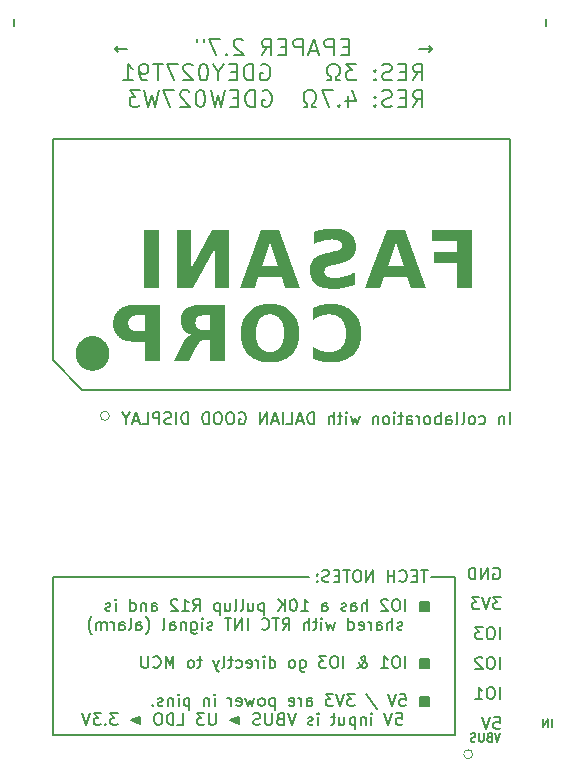
<source format=gbo>
G04 #@! TF.GenerationSoftware,KiCad,Pcbnew,6.0.11-2627ca5db0~126~ubuntu20.04.1*
G04 #@! TF.CreationDate,2023-02-17T07:43:56+01:00*
G04 #@! TF.ProjectId,C3-27-epaper-touch,43332d32-372d-4657-9061-7065722d746f,rev?*
G04 #@! TF.SameCoordinates,Original*
G04 #@! TF.FileFunction,Legend,Bot*
G04 #@! TF.FilePolarity,Positive*
%FSLAX46Y46*%
G04 Gerber Fmt 4.6, Leading zero omitted, Abs format (unit mm)*
G04 Created by KiCad (PCBNEW 6.0.11-2627ca5db0~126~ubuntu20.04.1) date 2023-02-17 07:43:56*
%MOMM*%
%LPD*%
G01*
G04 APERTURE LIST*
%ADD10C,0.150000*%
%ADD11C,0.158749*%
%ADD12C,0.000000*%
%ADD13C,0.160000*%
%ADD14C,0.130000*%
%ADD15C,0.120000*%
%ADD16C,0.650000*%
%ADD17O,1.000000X2.100000*%
%ADD18O,1.000000X1.600000*%
%ADD19C,3.200000*%
%ADD20C,0.889000*%
%ADD21R,1.150000X1.150000*%
%ADD22C,1.150000*%
%ADD23R,1.700000X1.700000*%
%ADD24O,1.700000X1.700000*%
G04 APERTURE END LIST*
D10*
X115000000Y-55400000D02*
X115000000Y-56000000D01*
X160000000Y-55400000D02*
X160000000Y-56000000D01*
X118300000Y-116000000D02*
X118300000Y-102750000D01*
X152300000Y-102750000D02*
X152300000Y-116000000D01*
D11*
X156929274Y-86796587D02*
X120754807Y-86796587D01*
D10*
X152300000Y-116000000D02*
X118300000Y-116000000D01*
X118300000Y-102650000D02*
X139950000Y-102650000D01*
D11*
X120754807Y-86796587D02*
X118289271Y-84301940D01*
X118289271Y-84301940D02*
X118289271Y-84301940D01*
D12*
G36*
X134190715Y-81713735D02*
G01*
X134203480Y-81576955D01*
X134221352Y-81444255D01*
X134244331Y-81315635D01*
X134272415Y-81191095D01*
X134305606Y-81070635D01*
X134343903Y-80954255D01*
X134387307Y-80841955D01*
X134435816Y-80733734D01*
X134489432Y-80629594D01*
X134548154Y-80529534D01*
X134611983Y-80433553D01*
X134680918Y-80341653D01*
X134754959Y-80253833D01*
X134834106Y-80170092D01*
X134917759Y-80090945D01*
X135005317Y-80016904D01*
X135096779Y-79947970D01*
X135192147Y-79884142D01*
X135291419Y-79825420D01*
X135394596Y-79771805D01*
X135501678Y-79723296D01*
X135612664Y-79679893D01*
X135727555Y-79641597D01*
X135846351Y-79608407D01*
X135969052Y-79580323D01*
X136095658Y-79557346D01*
X136226168Y-79539474D01*
X136360584Y-79526709D01*
X136498904Y-79519050D01*
X136641128Y-79516497D01*
X136782978Y-79519063D01*
X136920972Y-79526760D01*
X137055112Y-79539588D01*
X137185397Y-79557548D01*
X137311828Y-79580639D01*
X137434404Y-79608861D01*
X137553125Y-79642215D01*
X137667991Y-79680699D01*
X137779002Y-79724315D01*
X137886159Y-79773062D01*
X137989461Y-79826940D01*
X138088909Y-79885949D01*
X138184501Y-79950089D01*
X138276239Y-80019361D01*
X138364122Y-80093763D01*
X138448150Y-80173296D01*
X138527298Y-80257024D01*
X138601339Y-80344807D01*
X138670274Y-80436644D01*
X138734102Y-80532536D01*
X138792824Y-80632483D01*
X138846440Y-80736485D01*
X138894950Y-80844542D01*
X138938353Y-80956654D01*
X138976651Y-81072821D01*
X139009841Y-81193043D01*
X139037926Y-81317320D01*
X139060904Y-81445652D01*
X139078776Y-81578040D01*
X139091542Y-81714483D01*
X139099201Y-81854981D01*
X139101755Y-81999535D01*
X139099201Y-82144089D01*
X139091542Y-82284588D01*
X139078776Y-82421031D01*
X139060904Y-82553419D01*
X139037926Y-82681751D01*
X139009841Y-82806028D01*
X138976651Y-82926250D01*
X138938353Y-83042417D01*
X138894950Y-83154529D01*
X138846440Y-83262586D01*
X138792824Y-83366588D01*
X138734102Y-83466535D01*
X138670274Y-83562427D01*
X138601339Y-83654264D01*
X138527298Y-83742047D01*
X138448150Y-83825774D01*
X138364122Y-83904922D01*
X138276239Y-83978962D01*
X138184501Y-84047897D01*
X138088909Y-84111725D01*
X137989461Y-84170446D01*
X137886159Y-84224062D01*
X137779002Y-84272570D01*
X137667991Y-84315973D01*
X137553125Y-84354269D01*
X137434404Y-84387459D01*
X137311828Y-84415543D01*
X137185397Y-84438521D01*
X137055112Y-84456392D01*
X136920972Y-84469157D01*
X136782978Y-84476816D01*
X136641128Y-84479369D01*
X136499291Y-84476816D01*
X136361334Y-84469157D01*
X136227257Y-84456392D01*
X136097060Y-84438521D01*
X135970742Y-84415543D01*
X135848304Y-84387459D01*
X135729746Y-84354269D01*
X135615067Y-84315973D01*
X135504268Y-84272570D01*
X135397349Y-84224062D01*
X135294310Y-84170446D01*
X135195151Y-84111725D01*
X135099871Y-84047897D01*
X135008471Y-83978962D01*
X134920951Y-83904922D01*
X134837311Y-83825774D01*
X134757775Y-83742047D01*
X134683371Y-83654264D01*
X134614099Y-83562427D01*
X134549957Y-83466535D01*
X134490947Y-83366588D01*
X134437068Y-83262586D01*
X134388321Y-83154529D01*
X134344704Y-83042417D01*
X134306220Y-82926250D01*
X134272866Y-82806028D01*
X134244644Y-82681751D01*
X134221553Y-82553419D01*
X134203593Y-82421031D01*
X134190765Y-82284588D01*
X134183068Y-82144089D01*
X134180502Y-81999535D01*
X134180502Y-81999517D01*
X135452467Y-81999517D01*
X135453568Y-82085823D01*
X135456872Y-82170128D01*
X135462379Y-82252430D01*
X135470088Y-82332730D01*
X135480001Y-82411028D01*
X135492115Y-82487323D01*
X135506433Y-82561615D01*
X135522954Y-82633904D01*
X135522951Y-82633886D01*
X135532038Y-82668878D01*
X135541674Y-82703369D01*
X135551862Y-82737360D01*
X135562600Y-82770851D01*
X135573889Y-82803841D01*
X135585729Y-82836331D01*
X135598119Y-82868321D01*
X135611060Y-82899810D01*
X135624551Y-82930799D01*
X135638594Y-82961287D01*
X135653187Y-82991275D01*
X135668330Y-83020763D01*
X135684024Y-83049750D01*
X135700269Y-83078237D01*
X135717064Y-83106223D01*
X135734411Y-83133709D01*
X135752383Y-83160168D01*
X135771055Y-83185875D01*
X135790429Y-83210832D01*
X135810504Y-83235037D01*
X135831279Y-83258492D01*
X135852756Y-83281195D01*
X135874933Y-83303148D01*
X135897811Y-83324349D01*
X135921390Y-83344800D01*
X135945670Y-83364499D01*
X135970651Y-83383448D01*
X135996332Y-83401645D01*
X136022715Y-83419091D01*
X136049798Y-83435787D01*
X136077582Y-83451731D01*
X136106067Y-83466924D01*
X136135190Y-83481279D01*
X136164889Y-83494708D01*
X136195163Y-83507210D01*
X136226014Y-83518787D01*
X136257440Y-83529437D01*
X136289442Y-83539161D01*
X136322019Y-83547959D01*
X136355172Y-83555831D01*
X136388901Y-83562777D01*
X136423206Y-83568797D01*
X136458087Y-83573890D01*
X136493543Y-83578058D01*
X136529574Y-83581299D01*
X136566182Y-83583615D01*
X136603365Y-83585004D01*
X136641124Y-83585467D01*
X136714063Y-83583777D01*
X136784700Y-83578708D01*
X136853035Y-83570261D01*
X136919066Y-83558434D01*
X136982794Y-83543227D01*
X137044220Y-83524642D01*
X137074069Y-83514082D01*
X137103343Y-83502678D01*
X137132040Y-83490428D01*
X137160162Y-83477334D01*
X137187709Y-83463395D01*
X137214680Y-83448611D01*
X137241075Y-83432982D01*
X137266894Y-83416509D01*
X137292137Y-83399191D01*
X137316805Y-83381028D01*
X137340897Y-83362020D01*
X137364414Y-83342168D01*
X137387355Y-83321470D01*
X137409720Y-83299928D01*
X137431509Y-83277541D01*
X137452722Y-83254310D01*
X137493422Y-83205312D01*
X137531820Y-83152935D01*
X137567514Y-83097742D01*
X137600905Y-83040297D01*
X137631993Y-82980599D01*
X137660779Y-82918648D01*
X137687261Y-82854444D01*
X137711441Y-82787988D01*
X137733318Y-82719279D01*
X137752892Y-82648317D01*
X137770163Y-82575102D01*
X137785132Y-82499635D01*
X137797797Y-82421914D01*
X137808160Y-82341941D01*
X137816220Y-82259714D01*
X137821977Y-82175235D01*
X137825431Y-82088502D01*
X137826583Y-81999517D01*
X137824681Y-81883679D01*
X137818974Y-81771644D01*
X137814693Y-81717053D01*
X137809462Y-81663412D01*
X137803279Y-81610722D01*
X137796146Y-81558984D01*
X137788061Y-81508196D01*
X137779025Y-81458359D01*
X137769037Y-81409474D01*
X137758099Y-81361539D01*
X137746209Y-81314556D01*
X137733369Y-81268524D01*
X137719577Y-81223444D01*
X137704834Y-81179314D01*
X137689039Y-81136212D01*
X137672094Y-81094210D01*
X137653996Y-81053310D01*
X137634748Y-81013510D01*
X137614348Y-80974813D01*
X137592796Y-80937216D01*
X137570094Y-80900721D01*
X137546239Y-80865327D01*
X137521234Y-80831035D01*
X137495076Y-80797844D01*
X137467768Y-80765755D01*
X137439308Y-80734767D01*
X137409697Y-80704881D01*
X137378934Y-80676096D01*
X137347020Y-80648413D01*
X137313954Y-80621832D01*
X137279412Y-80596225D01*
X137243868Y-80572270D01*
X137207323Y-80549968D01*
X137169777Y-80529317D01*
X137131229Y-80510318D01*
X137091681Y-80492971D01*
X137051131Y-80477275D01*
X137009580Y-80463232D01*
X136967027Y-80450841D01*
X136923474Y-80440102D01*
X136878919Y-80431015D01*
X136833363Y-80423581D01*
X136786805Y-80417798D01*
X136739247Y-80413667D01*
X136690687Y-80411189D01*
X136641126Y-80410363D01*
X136603367Y-80410826D01*
X136566184Y-80412215D01*
X136529577Y-80414531D01*
X136493545Y-80417772D01*
X136458089Y-80421939D01*
X136423208Y-80427033D01*
X136388904Y-80433053D01*
X136355175Y-80439999D01*
X136322021Y-80447871D01*
X136289444Y-80456669D01*
X136257442Y-80466393D01*
X136226016Y-80477043D01*
X136195166Y-80488620D01*
X136164891Y-80501122D01*
X136135192Y-80514551D01*
X136106069Y-80528906D01*
X136077584Y-80544114D01*
X136049800Y-80560099D01*
X136022717Y-80576859D01*
X135996334Y-80594395D01*
X135970653Y-80612706D01*
X135945672Y-80631793D01*
X135921392Y-80651655D01*
X135897813Y-80672293D01*
X135874935Y-80693707D01*
X135852758Y-80715896D01*
X135831282Y-80738862D01*
X135810506Y-80762603D01*
X135790431Y-80787120D01*
X135771058Y-80812412D01*
X135752385Y-80838481D01*
X135734413Y-80865325D01*
X135717067Y-80892431D01*
X135700271Y-80920089D01*
X135684026Y-80948297D01*
X135668332Y-80977056D01*
X135653189Y-81006366D01*
X135638596Y-81036227D01*
X135624554Y-81066639D01*
X135611062Y-81097601D01*
X135598121Y-81129115D01*
X135585731Y-81161179D01*
X135562603Y-81226960D01*
X135541677Y-81294944D01*
X135522954Y-81365130D01*
X135506433Y-81437419D01*
X135492115Y-81511711D01*
X135480001Y-81588006D01*
X135470088Y-81666304D01*
X135462379Y-81746604D01*
X135456872Y-81828907D01*
X135453568Y-81913211D01*
X135452467Y-81999517D01*
X134180502Y-81999517D01*
X134183055Y-81854595D01*
X134190715Y-81713735D01*
G37*
D11*
X156929274Y-65598377D02*
X156929274Y-86796587D01*
D12*
G36*
X123382022Y-80974726D02*
G01*
X123391846Y-80884976D01*
X123405601Y-80798256D01*
X123423285Y-80714565D01*
X123444899Y-80633902D01*
X123470443Y-80556269D01*
X123499917Y-80481664D01*
X123533320Y-80410089D01*
X123570653Y-80341542D01*
X123611917Y-80276025D01*
X123657110Y-80213536D01*
X123706233Y-80154076D01*
X123759285Y-80097646D01*
X123816268Y-80044244D01*
X123877180Y-79993871D01*
X123941171Y-79946540D01*
X124008191Y-79902262D01*
X124078240Y-79861037D01*
X124151317Y-79822866D01*
X124227423Y-79787748D01*
X124306558Y-79755684D01*
X124388722Y-79726674D01*
X124473914Y-79700717D01*
X124562135Y-79677814D01*
X124653384Y-79657965D01*
X124747663Y-79641169D01*
X124844970Y-79627427D01*
X124945306Y-79616738D01*
X125048670Y-79609104D01*
X125155064Y-79604523D01*
X125264486Y-79602996D01*
X127311803Y-79602996D01*
X127311803Y-84386480D01*
X126078287Y-84386480D01*
X126078287Y-82726830D01*
X125264486Y-82726830D01*
X125155439Y-82725303D01*
X125049371Y-82720723D01*
X124946282Y-82713088D01*
X124846171Y-82702400D01*
X124749039Y-82688658D01*
X124654886Y-82671862D01*
X124563711Y-82652012D01*
X124475515Y-82629109D01*
X124390298Y-82603152D01*
X124308060Y-82574142D01*
X124228800Y-82542078D01*
X124152518Y-82506960D01*
X124079216Y-82468789D01*
X124008892Y-82427565D01*
X123941547Y-82383287D01*
X123877180Y-82335955D01*
X123816268Y-82285190D01*
X123759285Y-82231422D01*
X123706233Y-82174650D01*
X123657110Y-82114876D01*
X123611917Y-82052097D01*
X123570653Y-81986316D01*
X123533320Y-81917531D01*
X123499917Y-81845743D01*
X123470443Y-81770951D01*
X123444899Y-81693156D01*
X123423285Y-81612357D01*
X123405601Y-81528555D01*
X123391846Y-81441750D01*
X123382022Y-81351940D01*
X123376127Y-81259127D01*
X123374162Y-81163311D01*
X124646125Y-81163311D01*
X124646901Y-81203559D01*
X124649229Y-81242606D01*
X124653108Y-81280451D01*
X124658540Y-81317095D01*
X124665524Y-81352538D01*
X124674059Y-81386780D01*
X124684146Y-81419820D01*
X124695786Y-81451659D01*
X124708977Y-81482296D01*
X124723720Y-81511732D01*
X124740015Y-81539966D01*
X124757862Y-81566999D01*
X124777261Y-81592831D01*
X124798212Y-81617461D01*
X124820714Y-81640889D01*
X124844769Y-81663116D01*
X124869825Y-81683680D01*
X124896132Y-81702917D01*
X124923691Y-81720828D01*
X124952501Y-81737411D01*
X124982563Y-81752668D01*
X125013877Y-81766598D01*
X125046442Y-81779201D01*
X125080258Y-81790477D01*
X125115327Y-81800427D01*
X125151646Y-81809050D01*
X125189217Y-81816346D01*
X125228040Y-81822315D01*
X125268115Y-81826958D01*
X125309440Y-81830275D01*
X125352018Y-81832264D01*
X125395847Y-81832928D01*
X126078285Y-81832928D01*
X126078285Y-80496880D01*
X125395847Y-80496880D01*
X125352018Y-80497544D01*
X125309440Y-80499533D01*
X125268115Y-80502850D01*
X125228040Y-80507493D01*
X125189217Y-80513462D01*
X125151646Y-80520759D01*
X125115327Y-80529381D01*
X125080258Y-80539331D01*
X125046442Y-80550607D01*
X125013877Y-80563210D01*
X124982563Y-80577140D01*
X124952501Y-80592397D01*
X124923691Y-80608981D01*
X124896132Y-80626891D01*
X124869825Y-80646128D01*
X124844769Y-80666692D01*
X124820714Y-80688533D01*
X124798212Y-80711600D01*
X124777261Y-80735893D01*
X124757862Y-80761412D01*
X124740015Y-80788158D01*
X124723720Y-80816130D01*
X124708977Y-80845328D01*
X124695786Y-80875753D01*
X124684146Y-80907404D01*
X124674059Y-80940282D01*
X124665524Y-80974387D01*
X124658540Y-81009718D01*
X124653108Y-81046276D01*
X124649229Y-81084061D01*
X124646901Y-81123073D01*
X124646125Y-81163311D01*
X123374162Y-81163311D01*
X123376127Y-81067504D01*
X123382022Y-80974726D01*
G37*
D11*
X120754807Y-86796587D02*
X120754807Y-86796587D01*
X156929274Y-65598377D02*
X156929274Y-65598377D01*
D12*
G36*
X153775607Y-78150000D02*
G01*
X152509831Y-78150000D01*
X152509831Y-76068860D01*
X150487873Y-76068860D01*
X150487873Y-75112134D01*
X152509831Y-75112134D01*
X152509831Y-74198145D01*
X150359651Y-74198145D01*
X150359651Y-73241419D01*
X153775607Y-73241419D01*
X153775607Y-78150000D01*
G37*
G36*
X148031881Y-73241419D02*
G01*
X149850000Y-78150000D01*
X148577646Y-78150000D01*
X148265311Y-77255732D01*
X146286094Y-77255732D01*
X145977047Y-78150000D01*
X144704693Y-78150000D01*
X145373250Y-76345020D01*
X146605005Y-76345020D01*
X147949688Y-76345020D01*
X147275702Y-74392109D01*
X146605005Y-76345020D01*
X145373250Y-76345020D01*
X146522811Y-73241419D01*
X148031881Y-73241419D01*
G37*
D10*
X150250000Y-102650000D02*
X152300000Y-102650000D01*
D12*
G36*
X127226880Y-78150000D02*
G01*
X125961101Y-78150000D01*
X125961101Y-73241419D01*
X127226880Y-73241419D01*
X127226880Y-78150000D01*
G37*
G36*
X129945888Y-76608069D02*
G01*
X131731129Y-73241419D01*
X133144855Y-73241419D01*
X133144855Y-78150000D01*
X131944832Y-78150000D01*
X131944832Y-74783350D01*
X130159592Y-78150000D01*
X128745865Y-78150000D01*
X128745865Y-73241419D01*
X129945888Y-73241419D01*
X129945888Y-76608069D01*
G37*
G36*
X121688471Y-82252936D02*
G01*
X121760982Y-82258591D01*
X121832439Y-82267904D01*
X121902752Y-82280783D01*
X121971832Y-82297135D01*
X122039588Y-82316869D01*
X122105931Y-82339892D01*
X122170771Y-82366113D01*
X122234018Y-82395439D01*
X122295583Y-82427779D01*
X122355377Y-82463041D01*
X122413308Y-82501132D01*
X122469288Y-82541961D01*
X122523227Y-82585436D01*
X122575036Y-82631464D01*
X122624623Y-82679953D01*
X122671901Y-82730812D01*
X122716778Y-82783948D01*
X122759166Y-82839270D01*
X122798974Y-82896686D01*
X122836113Y-82956103D01*
X122870493Y-83017429D01*
X122902025Y-83080573D01*
X122930619Y-83145442D01*
X122956184Y-83211945D01*
X122978632Y-83279989D01*
X122997873Y-83349483D01*
X123013816Y-83420334D01*
X123026373Y-83492450D01*
X123035453Y-83565740D01*
X123040967Y-83640111D01*
X123042825Y-83715472D01*
X123040967Y-83790832D01*
X123035453Y-83865203D01*
X123026372Y-83938493D01*
X123013815Y-84010610D01*
X122997872Y-84081461D01*
X122978631Y-84150954D01*
X122956183Y-84218998D01*
X122930617Y-84285501D01*
X122902023Y-84350370D01*
X122870491Y-84413514D01*
X122836111Y-84474841D01*
X122798971Y-84534257D01*
X122759163Y-84591673D01*
X122716775Y-84646995D01*
X122671897Y-84700131D01*
X122624619Y-84750990D01*
X122575031Y-84799480D01*
X122523223Y-84845508D01*
X122469284Y-84888982D01*
X122413303Y-84929811D01*
X122355371Y-84967902D01*
X122295578Y-85003164D01*
X122234012Y-85035504D01*
X122170764Y-85064831D01*
X122105924Y-85091051D01*
X122039581Y-85114075D01*
X121971824Y-85133809D01*
X121902744Y-85150161D01*
X121832431Y-85163039D01*
X121760973Y-85172352D01*
X121688461Y-85178007D01*
X121614985Y-85179913D01*
X121541509Y-85178007D01*
X121468997Y-85172352D01*
X121397540Y-85163039D01*
X121327227Y-85150161D01*
X121258148Y-85133809D01*
X121190392Y-85114075D01*
X121124049Y-85091051D01*
X121059209Y-85064831D01*
X120995961Y-85035504D01*
X120934396Y-85003164D01*
X120874603Y-84967902D01*
X120816671Y-84929811D01*
X120760691Y-84888982D01*
X120706752Y-84845508D01*
X120654944Y-84799480D01*
X120605356Y-84750990D01*
X120558079Y-84700131D01*
X120513201Y-84646995D01*
X120470814Y-84591673D01*
X120431005Y-84534257D01*
X120393866Y-84474841D01*
X120359486Y-84413514D01*
X120327954Y-84350370D01*
X120299360Y-84285501D01*
X120273795Y-84218998D01*
X120251347Y-84150954D01*
X120232106Y-84081461D01*
X120216163Y-84010610D01*
X120203606Y-83938493D01*
X120194526Y-83865203D01*
X120189013Y-83790832D01*
X120187155Y-83715472D01*
X120189013Y-83640111D01*
X120194527Y-83565740D01*
X120203608Y-83492450D01*
X120216165Y-83420334D01*
X120232108Y-83349483D01*
X120251349Y-83279989D01*
X120273797Y-83211945D01*
X120299363Y-83145442D01*
X120327957Y-83080573D01*
X120359489Y-83017429D01*
X120393869Y-82956103D01*
X120431009Y-82896686D01*
X120470817Y-82839270D01*
X120513205Y-82783948D01*
X120558083Y-82730812D01*
X120605361Y-82679953D01*
X120654948Y-82631464D01*
X120706757Y-82585436D01*
X120760696Y-82541961D01*
X120816677Y-82501132D01*
X120874608Y-82463041D01*
X120934402Y-82427779D01*
X120995968Y-82395439D01*
X121059215Y-82366113D01*
X121124056Y-82339892D01*
X121190399Y-82316869D01*
X121258155Y-82297135D01*
X121327235Y-82280783D01*
X121397549Y-82267904D01*
X121469006Y-82258591D01*
X121541518Y-82252936D01*
X121614995Y-82251031D01*
X121688471Y-82252936D01*
G37*
D11*
X118289271Y-84301940D02*
X118289271Y-65598377D01*
D12*
G36*
X141915750Y-79519100D02*
G01*
X142060365Y-79526910D01*
X142201001Y-79539926D01*
X142337656Y-79558149D01*
X142470332Y-79581578D01*
X142599028Y-79610213D01*
X142723744Y-79644055D01*
X142844480Y-79683102D01*
X142961236Y-79727357D01*
X143074012Y-79776817D01*
X143182809Y-79831484D01*
X143287625Y-79891357D01*
X143388462Y-79956436D01*
X143485318Y-80026721D01*
X143578195Y-80102212D01*
X143667091Y-80182909D01*
X143750894Y-80268100D01*
X143829291Y-80357070D01*
X143902281Y-80449820D01*
X143969864Y-80546351D01*
X144032041Y-80646661D01*
X144088810Y-80750751D01*
X144140174Y-80858620D01*
X144186130Y-80970270D01*
X144226680Y-81085699D01*
X144261823Y-81204908D01*
X144291560Y-81327897D01*
X144315890Y-81454665D01*
X144334813Y-81585213D01*
X144348330Y-81719541D01*
X144356440Y-81857648D01*
X144359143Y-81999535D01*
X144356427Y-82141422D01*
X144348279Y-82279530D01*
X144334700Y-82413857D01*
X144315689Y-82544405D01*
X144291247Y-82671174D01*
X144261373Y-82794163D01*
X144226067Y-82913372D01*
X144185329Y-83028801D01*
X144139160Y-83140451D01*
X144087559Y-83248320D01*
X144030526Y-83352410D01*
X143968062Y-83452720D01*
X143900166Y-83549250D01*
X143826839Y-83642001D01*
X143748080Y-83730971D01*
X143663889Y-83816161D01*
X143575005Y-83896473D01*
X143482165Y-83971602D01*
X143385371Y-84041551D01*
X143284622Y-84106317D01*
X143179918Y-84165903D01*
X143071260Y-84220306D01*
X142958646Y-84269529D01*
X142842078Y-84313570D01*
X142721554Y-84352429D01*
X142597076Y-84386107D01*
X142468644Y-84414604D01*
X142336256Y-84437920D01*
X142199913Y-84456054D01*
X142059616Y-84469007D01*
X141915364Y-84476779D01*
X141767157Y-84479369D01*
X141668273Y-84477980D01*
X141570265Y-84473813D01*
X141473133Y-84466867D01*
X141376877Y-84457142D01*
X141281498Y-84444640D01*
X141186994Y-84429358D01*
X141093366Y-84411299D01*
X141000615Y-84390460D01*
X140908739Y-84366843D01*
X140817740Y-84340448D01*
X140727617Y-84311274D01*
X140638369Y-84279321D01*
X140549998Y-84244590D01*
X140462503Y-84207080D01*
X140375884Y-84166791D01*
X140290141Y-84123724D01*
X140290141Y-83133709D01*
X140372868Y-83188414D01*
X140456046Y-83239590D01*
X140539674Y-83287236D01*
X140623752Y-83331353D01*
X140708281Y-83371941D01*
X140793261Y-83408999D01*
X140878691Y-83442528D01*
X140964571Y-83472527D01*
X141050903Y-83498997D01*
X141137684Y-83521938D01*
X141224916Y-83541350D01*
X141312599Y-83557232D01*
X141400733Y-83569585D01*
X141489316Y-83578408D01*
X141578351Y-83583702D01*
X141667836Y-83585467D01*
X141667831Y-83585503D01*
X141750758Y-83583839D01*
X141831332Y-83578845D01*
X141909553Y-83570523D01*
X141985421Y-83558872D01*
X142058937Y-83543891D01*
X142130099Y-83525581D01*
X142198909Y-83503943D01*
X142265366Y-83478975D01*
X142329469Y-83450678D01*
X142391220Y-83419052D01*
X142450618Y-83384096D01*
X142507663Y-83345812D01*
X142562356Y-83304198D01*
X142614695Y-83259255D01*
X142664682Y-83210982D01*
X142712315Y-83159380D01*
X142757320Y-83104912D01*
X142799422Y-83048042D01*
X142838620Y-82988768D01*
X142874915Y-82927092D01*
X142908306Y-82863012D01*
X142938793Y-82796530D01*
X142966377Y-82727645D01*
X142991057Y-82656358D01*
X143012834Y-82582667D01*
X143031707Y-82506574D01*
X143047677Y-82428077D01*
X143060743Y-82347178D01*
X143070905Y-82263876D01*
X143078164Y-82178172D01*
X143082519Y-82090064D01*
X143083971Y-81999554D01*
X143082519Y-81909043D01*
X143078164Y-81820936D01*
X143070905Y-81735231D01*
X143060743Y-81651929D01*
X143047677Y-81571030D01*
X143031707Y-81492534D01*
X143012834Y-81416440D01*
X142991057Y-81342750D01*
X142966377Y-81271462D01*
X142938793Y-81202577D01*
X142908306Y-81136095D01*
X142874915Y-81072016D01*
X142838620Y-81010339D01*
X142799422Y-80951066D01*
X142757320Y-80894195D01*
X142712315Y-80839727D01*
X142664682Y-80787739D01*
X142614695Y-80739105D01*
X142562356Y-80693825D01*
X142507663Y-80651899D01*
X142450618Y-80613327D01*
X142391220Y-80578108D01*
X142329469Y-80546244D01*
X142265366Y-80517734D01*
X142198909Y-80492578D01*
X142130099Y-80470775D01*
X142058937Y-80452327D01*
X141985421Y-80437233D01*
X141909553Y-80425494D01*
X141831332Y-80417108D01*
X141750758Y-80412077D01*
X141667831Y-80410400D01*
X141579097Y-80412164D01*
X141490714Y-80417458D01*
X141402681Y-80426282D01*
X141314998Y-80438634D01*
X141227666Y-80454517D01*
X141140684Y-80473928D01*
X141054053Y-80496869D01*
X140967772Y-80523339D01*
X140881841Y-80553339D01*
X140796261Y-80586868D01*
X140711032Y-80623926D01*
X140626152Y-80664513D01*
X140541623Y-80708630D01*
X140457445Y-80756277D01*
X140373617Y-80807452D01*
X140290139Y-80862157D01*
X140290139Y-79872143D01*
X140375882Y-79829075D01*
X140462501Y-79788787D01*
X140549996Y-79751277D01*
X140638367Y-79716545D01*
X140727614Y-79684593D01*
X140817738Y-79655418D01*
X140908737Y-79629023D01*
X141000613Y-79605406D01*
X141093364Y-79584568D01*
X141186992Y-79566508D01*
X141281495Y-79551227D01*
X141376875Y-79538724D01*
X141473131Y-79529000D01*
X141570263Y-79522054D01*
X141668271Y-79517886D01*
X141767154Y-79516497D01*
X141915750Y-79519100D01*
G37*
G36*
X132806289Y-84386462D02*
G01*
X131572772Y-84386462D01*
X131572772Y-82576226D01*
X131223543Y-82576226D01*
X131184821Y-82576789D01*
X131147149Y-82578479D01*
X131110529Y-82581295D01*
X131074960Y-82585238D01*
X131040443Y-82590307D01*
X131006976Y-82596503D01*
X130974561Y-82603824D01*
X130943198Y-82612273D01*
X130912886Y-82621847D01*
X130883625Y-82632548D01*
X130855415Y-82644375D01*
X130828256Y-82657328D01*
X130802149Y-82671408D01*
X130777094Y-82686614D01*
X130753089Y-82702945D01*
X130730136Y-82720403D01*
X130707383Y-82738790D01*
X130684780Y-82758703D01*
X130662327Y-82780143D01*
X130640025Y-82803109D01*
X130617873Y-82827603D01*
X130595870Y-82853624D01*
X130574019Y-82881171D01*
X130552317Y-82910245D01*
X130530765Y-82940845D01*
X130509364Y-82972973D01*
X130488113Y-83006627D01*
X130467012Y-83041807D01*
X130446061Y-83078515D01*
X130425261Y-83116749D01*
X130404610Y-83156509D01*
X130384110Y-83197796D01*
X129800994Y-84386462D01*
X128487379Y-84386462D01*
X129157001Y-83027984D01*
X129203659Y-82937420D01*
X129250716Y-82851564D01*
X129298175Y-82770414D01*
X129322054Y-82731603D01*
X129346033Y-82693970D01*
X129370113Y-82657513D01*
X129394293Y-82622232D01*
X129418572Y-82588128D01*
X129442952Y-82555200D01*
X129467432Y-82523449D01*
X129492013Y-82492874D01*
X129516693Y-82463475D01*
X129541474Y-82435253D01*
X129566229Y-82408232D01*
X129591635Y-82382438D01*
X129617692Y-82357870D01*
X129644400Y-82334529D01*
X129671759Y-82312414D01*
X129699768Y-82291526D01*
X129728428Y-82271865D01*
X129757739Y-82253429D01*
X129787701Y-82236221D01*
X129818314Y-82220239D01*
X129849577Y-82205483D01*
X129881491Y-82191954D01*
X129914056Y-82179652D01*
X129947272Y-82168575D01*
X129981139Y-82158726D01*
X130015656Y-82150103D01*
X129904307Y-82111517D01*
X129800141Y-82067851D01*
X129703159Y-82019103D01*
X129613362Y-81965275D01*
X129571157Y-81936455D01*
X129530748Y-81906365D01*
X129492134Y-81875005D01*
X129455317Y-81842375D01*
X129420296Y-81808474D01*
X129387071Y-81773303D01*
X129355642Y-81736862D01*
X129326008Y-81699151D01*
X129298171Y-81660169D01*
X129272130Y-81619917D01*
X129247884Y-81578395D01*
X129225435Y-81535602D01*
X129204781Y-81491539D01*
X129185924Y-81446206D01*
X129168862Y-81399602D01*
X129153596Y-81351728D01*
X129128453Y-81252169D01*
X129110493Y-81147529D01*
X129106377Y-81105614D01*
X130329641Y-81105614D01*
X130330279Y-81144614D01*
X130332194Y-81182311D01*
X130335385Y-81218707D01*
X130339853Y-81253800D01*
X130345598Y-81287592D01*
X130352619Y-81320082D01*
X130360917Y-81351270D01*
X130370491Y-81381156D01*
X130381342Y-81409741D01*
X130393469Y-81437024D01*
X130406873Y-81463006D01*
X130421554Y-81487686D01*
X130437511Y-81511065D01*
X130454745Y-81533143D01*
X130473255Y-81553919D01*
X130493042Y-81573394D01*
X130514005Y-81591630D01*
X130536846Y-81608689D01*
X130561564Y-81624572D01*
X130588159Y-81639278D01*
X130616632Y-81652807D01*
X130646982Y-81665160D01*
X130679209Y-81676336D01*
X130713313Y-81686336D01*
X130749295Y-81695159D01*
X130787154Y-81702805D01*
X130826890Y-81709276D01*
X130868504Y-81714569D01*
X130911995Y-81718686D01*
X130957363Y-81721627D01*
X131004609Y-81723392D01*
X131053731Y-81723980D01*
X131572770Y-81723980D01*
X131572770Y-80496880D01*
X131053731Y-80496880D01*
X131008038Y-80497419D01*
X130963871Y-80499033D01*
X130921231Y-80501724D01*
X130880118Y-80505491D01*
X130840532Y-80510334D01*
X130802473Y-80516254D01*
X130765941Y-80523250D01*
X130730935Y-80531323D01*
X130697456Y-80540471D01*
X130665505Y-80550696D01*
X130635080Y-80561998D01*
X130606182Y-80574375D01*
X130578810Y-80587829D01*
X130552966Y-80602359D01*
X130528649Y-80617966D01*
X130505858Y-80634649D01*
X130484519Y-80652257D01*
X130464557Y-80671442D01*
X130445972Y-80692204D01*
X130428764Y-80714544D01*
X130412932Y-80738460D01*
X130398476Y-80763954D01*
X130385398Y-80791024D01*
X130373696Y-80819672D01*
X130363371Y-80849897D01*
X130354422Y-80881700D01*
X130346851Y-80915079D01*
X130340655Y-80950035D01*
X130335837Y-80986569D01*
X130332395Y-81024680D01*
X130330330Y-81064368D01*
X130329642Y-81105633D01*
X130329641Y-81105614D01*
X129106377Y-81105614D01*
X129099717Y-81037807D01*
X129096126Y-80923003D01*
X129096127Y-80922985D01*
X129096477Y-80884451D01*
X129097528Y-80846543D01*
X129099281Y-80809260D01*
X129101734Y-80772603D01*
X129104887Y-80736572D01*
X129108742Y-80701166D01*
X129113298Y-80666386D01*
X129118554Y-80632232D01*
X129124512Y-80598703D01*
X129131170Y-80565801D01*
X129138529Y-80533524D01*
X129146589Y-80501872D01*
X129155349Y-80470847D01*
X129164811Y-80440447D01*
X129174974Y-80410672D01*
X129185837Y-80381524D01*
X129197113Y-80352503D01*
X129209316Y-80323907D01*
X129222445Y-80295736D01*
X129236500Y-80267991D01*
X129251481Y-80240670D01*
X129267388Y-80213776D01*
X129284221Y-80187306D01*
X129301980Y-80161262D01*
X129320666Y-80135643D01*
X129340277Y-80110449D01*
X129360815Y-80085681D01*
X129382279Y-80061338D01*
X129404669Y-80037420D01*
X129427985Y-80013927D01*
X129452227Y-79990860D01*
X129477396Y-79968218D01*
X129503640Y-79946127D01*
X129531112Y-79924712D01*
X129559809Y-79903974D01*
X129589734Y-79883911D01*
X129620884Y-79864525D01*
X129653262Y-79845815D01*
X129686865Y-79827781D01*
X129721696Y-79810423D01*
X129757753Y-79793740D01*
X129795036Y-79777734D01*
X129833546Y-79762403D01*
X129873282Y-79747748D01*
X129914245Y-79733769D01*
X129956434Y-79720466D01*
X129999850Y-79707838D01*
X130044493Y-79695885D01*
X130137407Y-79674108D01*
X130235128Y-79655236D01*
X130337654Y-79639267D01*
X130444986Y-79626202D01*
X130557124Y-79616041D01*
X130674067Y-79608784D01*
X130795817Y-79604429D01*
X130922373Y-79602978D01*
X132806289Y-79602978D01*
X132806289Y-84386462D01*
G37*
G36*
X142177376Y-73154139D02*
G01*
X142280657Y-73158609D01*
X142381010Y-73166057D01*
X142478435Y-73176486D01*
X142572932Y-73189894D01*
X142664500Y-73206281D01*
X142753141Y-73225648D01*
X142838853Y-73247995D01*
X142921638Y-73273320D01*
X143001494Y-73301625D01*
X143078422Y-73332910D01*
X143152421Y-73367174D01*
X143223493Y-73404417D01*
X143291636Y-73444639D01*
X143356852Y-73487841D01*
X143419139Y-73534021D01*
X143478061Y-73583169D01*
X143533182Y-73635271D01*
X143584502Y-73690327D01*
X143632020Y-73748337D01*
X143675736Y-73809301D01*
X143715651Y-73873219D01*
X143751765Y-73940091D01*
X143784077Y-74009917D01*
X143812588Y-74082697D01*
X143837297Y-74158431D01*
X143858205Y-74237118D01*
X143875312Y-74318759D01*
X143888617Y-74403354D01*
X143898120Y-74490903D01*
X143903823Y-74581405D01*
X143905723Y-74674860D01*
X143904323Y-74750608D01*
X143900124Y-74824147D01*
X143893125Y-74895477D01*
X143883326Y-74964597D01*
X143870727Y-75031509D01*
X143855329Y-75096211D01*
X143837131Y-75158704D01*
X143816133Y-75218988D01*
X143792335Y-75277063D01*
X143765738Y-75332928D01*
X143736341Y-75386585D01*
X143704145Y-75438033D01*
X143669148Y-75487272D01*
X143631352Y-75534302D01*
X143590756Y-75579123D01*
X143547361Y-75621735D01*
X143501230Y-75662549D01*
X143452427Y-75701976D01*
X143400954Y-75740017D01*
X143346809Y-75776670D01*
X143289993Y-75811936D01*
X143230505Y-75845815D01*
X143168346Y-75878307D01*
X143103516Y-75909412D01*
X143036015Y-75939130D01*
X142965842Y-75967461D01*
X142892998Y-75994405D01*
X142817483Y-76019962D01*
X142739297Y-76044132D01*
X142658439Y-76066915D01*
X142574909Y-76088311D01*
X142488709Y-76108319D01*
X141998836Y-76216809D01*
X141948813Y-76228034D01*
X141900666Y-76239515D01*
X141854394Y-76251253D01*
X141809996Y-76263248D01*
X141767474Y-76275499D01*
X141726827Y-76288007D01*
X141688055Y-76300772D01*
X141651158Y-76313794D01*
X141616136Y-76327072D01*
X141582989Y-76340608D01*
X141551716Y-76354400D01*
X141522319Y-76368449D01*
X141494797Y-76382755D01*
X141469150Y-76397319D01*
X141445378Y-76412139D01*
X141423482Y-76427216D01*
X141402779Y-76442910D01*
X141383412Y-76459580D01*
X141365380Y-76477226D01*
X141348685Y-76495849D01*
X141333325Y-76515448D01*
X141319300Y-76536022D01*
X141306612Y-76557573D01*
X141295259Y-76580100D01*
X141285241Y-76603602D01*
X141276560Y-76628081D01*
X141269214Y-76653535D01*
X141263203Y-76679965D01*
X141258529Y-76707371D01*
X141255190Y-76735752D01*
X141253186Y-76765109D01*
X141252518Y-76795441D01*
X141252647Y-76806907D01*
X141253032Y-76818297D01*
X141253674Y-76829610D01*
X141254573Y-76840846D01*
X141255729Y-76852005D01*
X141257142Y-76863087D01*
X141258811Y-76874092D01*
X141260738Y-76885021D01*
X141262921Y-76895873D01*
X141265361Y-76906648D01*
X141268058Y-76917346D01*
X141271012Y-76927967D01*
X141274223Y-76938512D01*
X141277691Y-76948979D01*
X141281416Y-76959370D01*
X141285397Y-76969684D01*
X141289713Y-76979985D01*
X141294439Y-76990338D01*
X141299576Y-77000741D01*
X141305124Y-77011196D01*
X141311084Y-77021701D01*
X141317454Y-77032258D01*
X141324235Y-77042867D01*
X141331427Y-77053526D01*
X141339030Y-77064237D01*
X141347043Y-77074999D01*
X141355468Y-77085812D01*
X141364304Y-77096677D01*
X141373551Y-77107593D01*
X141383208Y-77118560D01*
X141393277Y-77129579D01*
X141403756Y-77140650D01*
X141414814Y-77151202D01*
X141426616Y-77161499D01*
X141439164Y-77171539D01*
X141452456Y-77181323D01*
X141466493Y-77190851D01*
X141481275Y-77200122D01*
X141496802Y-77209137D01*
X141513074Y-77217895D01*
X141530090Y-77226397D01*
X141547852Y-77234643D01*
X141566358Y-77242632D01*
X141585609Y-77250365D01*
X141605605Y-77257841D01*
X141626346Y-77265060D01*
X141647832Y-77272023D01*
X141670063Y-77278730D01*
X141715732Y-77290291D01*
X141763969Y-77300311D01*
X141814775Y-77308789D01*
X141868150Y-77315726D01*
X141924093Y-77321121D01*
X141982604Y-77324975D01*
X142043684Y-77327287D01*
X142107332Y-77328058D01*
X142208199Y-77326093D01*
X142310247Y-77320199D01*
X142413476Y-77310374D01*
X142517887Y-77296620D01*
X142623480Y-77278936D01*
X142730254Y-77257322D01*
X142838210Y-77231778D01*
X142947347Y-77202304D01*
X143057666Y-77168900D01*
X143169166Y-77131566D01*
X143281848Y-77090302D01*
X143395712Y-77045108D01*
X143510757Y-76995984D01*
X143626984Y-76942930D01*
X143744392Y-76885945D01*
X143862982Y-76825031D01*
X143862982Y-77893543D01*
X143744688Y-77936142D01*
X143626522Y-77975992D01*
X143508485Y-78013094D01*
X143390575Y-78047447D01*
X143272795Y-78079053D01*
X143155143Y-78107910D01*
X143037619Y-78134019D01*
X142920223Y-78157379D01*
X142802956Y-78177991D01*
X142685818Y-78195855D01*
X142568808Y-78210970D01*
X142451926Y-78223338D01*
X142335173Y-78232957D01*
X142218548Y-78239827D01*
X142102052Y-78243950D01*
X141985684Y-78245324D01*
X141868276Y-78243834D01*
X141754412Y-78239365D01*
X141644093Y-78231916D01*
X141537319Y-78221488D01*
X141434089Y-78208080D01*
X141334404Y-78191692D01*
X141238263Y-78172325D01*
X141145667Y-78149979D01*
X141056616Y-78124654D01*
X140971109Y-78096349D01*
X140889147Y-78065064D01*
X140810729Y-78030801D01*
X140735856Y-77993558D01*
X140664527Y-77953335D01*
X140596743Y-77910134D01*
X140532504Y-77863953D01*
X140471989Y-77814485D01*
X140415378Y-77761420D01*
X140362672Y-77704759D01*
X140313869Y-77644501D01*
X140268971Y-77580648D01*
X140227977Y-77513198D01*
X140190887Y-77442153D01*
X140157702Y-77367511D01*
X140128420Y-77289273D01*
X140103043Y-77207439D01*
X140081570Y-77122008D01*
X140064001Y-77032982D01*
X140050337Y-76940360D01*
X140040576Y-76844142D01*
X140034720Y-76744328D01*
X140032768Y-76640918D01*
X140034181Y-76562798D01*
X140038419Y-76487067D01*
X140045482Y-76413724D01*
X140055371Y-76342770D01*
X140068085Y-76274204D01*
X140083625Y-76208027D01*
X140101990Y-76144238D01*
X140123181Y-76082838D01*
X140147197Y-76023826D01*
X140174038Y-75967203D01*
X140203705Y-75912968D01*
X140236197Y-75861122D01*
X140271514Y-75811663D01*
X140309657Y-75764594D01*
X140350626Y-75719912D01*
X140394420Y-75677619D01*
X140440897Y-75636795D01*
X140490740Y-75597332D01*
X140543948Y-75559230D01*
X140600520Y-75522489D01*
X140660457Y-75487108D01*
X140723758Y-75453089D01*
X140790425Y-75420431D01*
X140860456Y-75389134D01*
X140933852Y-75359198D01*
X141010613Y-75330623D01*
X141090739Y-75303409D01*
X141174229Y-75277556D01*
X141261084Y-75253064D01*
X141351304Y-75229934D01*
X141444889Y-75208165D01*
X141541839Y-75187757D01*
X142081027Y-75079267D01*
X142125437Y-75069700D01*
X142168254Y-75059902D01*
X142209479Y-75049872D01*
X142249112Y-75039612D01*
X142287152Y-75029121D01*
X142323599Y-75018399D01*
X142358454Y-75007445D01*
X142391717Y-74996260D01*
X142423387Y-74984844D01*
X142453465Y-74973197D01*
X142481950Y-74961318D01*
X142508842Y-74949207D01*
X142534142Y-74936866D01*
X142557850Y-74924292D01*
X142579965Y-74911487D01*
X142600488Y-74898450D01*
X142619598Y-74884503D01*
X142637475Y-74869786D01*
X142654119Y-74854298D01*
X142669531Y-74838039D01*
X142683709Y-74821010D01*
X142696655Y-74803210D01*
X142708367Y-74784639D01*
X142718847Y-74765298D01*
X142728094Y-74745186D01*
X142736107Y-74724304D01*
X142742888Y-74702651D01*
X142748437Y-74680228D01*
X142752752Y-74657035D01*
X142755834Y-74633070D01*
X142757683Y-74608336D01*
X142758300Y-74582831D01*
X142757504Y-74552457D01*
X142755115Y-74522982D01*
X142751134Y-74494406D01*
X142748546Y-74480456D01*
X142745560Y-74466730D01*
X142742176Y-74453229D01*
X142738394Y-74439952D01*
X142734213Y-74426900D01*
X142729635Y-74414073D01*
X142724658Y-74401471D01*
X142719284Y-74389094D01*
X142713511Y-74376941D01*
X142707340Y-74365014D01*
X142700771Y-74353310D01*
X142693804Y-74341832D01*
X142686439Y-74330579D01*
X142678675Y-74319550D01*
X142670514Y-74308746D01*
X142661954Y-74298167D01*
X142652996Y-74287812D01*
X142643640Y-74277683D01*
X142633886Y-74267778D01*
X142623734Y-74258097D01*
X142613184Y-74248642D01*
X142602235Y-74239411D01*
X142579144Y-74221625D01*
X142554460Y-74204737D01*
X142527901Y-74188413D01*
X142499185Y-74173142D01*
X142468311Y-74158925D01*
X142435279Y-74145761D01*
X142400090Y-74133650D01*
X142362744Y-74122592D01*
X142323240Y-74112587D01*
X142281578Y-74103635D01*
X142237759Y-74095736D01*
X142191782Y-74088891D01*
X142143647Y-74083099D01*
X142093355Y-74078360D01*
X142040906Y-74074674D01*
X141986299Y-74072041D01*
X141870611Y-74069934D01*
X141782626Y-74071360D01*
X141693742Y-74075636D01*
X141603959Y-74082764D01*
X141513276Y-74092742D01*
X141421695Y-74105571D01*
X141329215Y-74121251D01*
X141235835Y-74139782D01*
X141141557Y-74161164D01*
X141046379Y-74185398D01*
X140950303Y-74212482D01*
X140853328Y-74242418D01*
X140755453Y-74275205D01*
X140656680Y-74310843D01*
X140557007Y-74349332D01*
X140456436Y-74390672D01*
X140354965Y-74434864D01*
X140354965Y-73395942D01*
X140578840Y-73338920D01*
X140800043Y-73289501D01*
X141018574Y-73247685D01*
X141234435Y-73213472D01*
X141447623Y-73186862D01*
X141658141Y-73167855D01*
X141865987Y-73156451D01*
X142071162Y-73152649D01*
X142071167Y-73152649D01*
X142177376Y-73154139D01*
G37*
D11*
X118289271Y-65598377D02*
X156929274Y-65598377D01*
X156929274Y-86796587D02*
X156929274Y-86796587D01*
D12*
G36*
X137405813Y-73241419D02*
G01*
X139223932Y-78150000D01*
X137951578Y-78150000D01*
X137639243Y-77255732D01*
X135660026Y-77255732D01*
X135350979Y-78150000D01*
X134078624Y-78150000D01*
X134747182Y-76345020D01*
X135978937Y-76345020D01*
X137323620Y-76345020D01*
X136649634Y-74392109D01*
X135978937Y-76345020D01*
X134747182Y-76345020D01*
X135896743Y-73241419D01*
X137405813Y-73241419D01*
G37*
D10*
X155561904Y-101900000D02*
X155657142Y-101852380D01*
X155800000Y-101852380D01*
X155942857Y-101900000D01*
X156038095Y-101995238D01*
X156085714Y-102090476D01*
X156133333Y-102280952D01*
X156133333Y-102423809D01*
X156085714Y-102614285D01*
X156038095Y-102709523D01*
X155942857Y-102804761D01*
X155800000Y-102852380D01*
X155704761Y-102852380D01*
X155561904Y-102804761D01*
X155514285Y-102757142D01*
X155514285Y-102423809D01*
X155704761Y-102423809D01*
X155085714Y-102852380D02*
X155085714Y-101852380D01*
X154514285Y-102852380D01*
X154514285Y-101852380D01*
X154038095Y-102852380D02*
X154038095Y-101852380D01*
X153800000Y-101852380D01*
X153657142Y-101900000D01*
X153561904Y-101995238D01*
X153514285Y-102090476D01*
X153466666Y-102280952D01*
X153466666Y-102423809D01*
X153514285Y-102614285D01*
X153561904Y-102709523D01*
X153657142Y-102804761D01*
X153800000Y-102852380D01*
X154038095Y-102852380D01*
X156085715Y-112972380D02*
X156085715Y-111972380D01*
X155419048Y-111972380D02*
X155228572Y-111972380D01*
X155133334Y-112020000D01*
X155038095Y-112115238D01*
X154990476Y-112305714D01*
X154990476Y-112639047D01*
X155038095Y-112829523D01*
X155133334Y-112924761D01*
X155228572Y-112972380D01*
X155419048Y-112972380D01*
X155514286Y-112924761D01*
X155609524Y-112829523D01*
X155657143Y-112639047D01*
X155657143Y-112305714D01*
X155609524Y-112115238D01*
X155514286Y-112020000D01*
X155419048Y-111972380D01*
X154038095Y-112972380D02*
X154609524Y-112972380D01*
X154323810Y-112972380D02*
X154323810Y-111972380D01*
X154419048Y-112115238D01*
X154514286Y-112210476D01*
X154609524Y-112258095D01*
X149988095Y-102052380D02*
X149416666Y-102052380D01*
X149702380Y-103052380D02*
X149702380Y-102052380D01*
X149083333Y-102528571D02*
X148750000Y-102528571D01*
X148607142Y-103052380D02*
X149083333Y-103052380D01*
X149083333Y-102052380D01*
X148607142Y-102052380D01*
X147607142Y-102957142D02*
X147654761Y-103004761D01*
X147797619Y-103052380D01*
X147892857Y-103052380D01*
X148035714Y-103004761D01*
X148130952Y-102909523D01*
X148178571Y-102814285D01*
X148226190Y-102623809D01*
X148226190Y-102480952D01*
X148178571Y-102290476D01*
X148130952Y-102195238D01*
X148035714Y-102100000D01*
X147892857Y-102052380D01*
X147797619Y-102052380D01*
X147654761Y-102100000D01*
X147607142Y-102147619D01*
X147178571Y-103052380D02*
X147178571Y-102052380D01*
X147178571Y-102528571D02*
X146607142Y-102528571D01*
X146607142Y-103052380D02*
X146607142Y-102052380D01*
X145369047Y-103052380D02*
X145369047Y-102052380D01*
X144797619Y-103052380D01*
X144797619Y-102052380D01*
X144130952Y-102052380D02*
X143940476Y-102052380D01*
X143845238Y-102100000D01*
X143750000Y-102195238D01*
X143702380Y-102385714D01*
X143702380Y-102719047D01*
X143750000Y-102909523D01*
X143845238Y-103004761D01*
X143940476Y-103052380D01*
X144130952Y-103052380D01*
X144226190Y-103004761D01*
X144321428Y-102909523D01*
X144369047Y-102719047D01*
X144369047Y-102385714D01*
X144321428Y-102195238D01*
X144226190Y-102100000D01*
X144130952Y-102052380D01*
X143416666Y-102052380D02*
X142845238Y-102052380D01*
X143130952Y-103052380D02*
X143130952Y-102052380D01*
X142511904Y-102528571D02*
X142178571Y-102528571D01*
X142035714Y-103052380D02*
X142511904Y-103052380D01*
X142511904Y-102052380D01*
X142035714Y-102052380D01*
X141654761Y-103004761D02*
X141511904Y-103052380D01*
X141273809Y-103052380D01*
X141178571Y-103004761D01*
X141130952Y-102957142D01*
X141083333Y-102861904D01*
X141083333Y-102766666D01*
X141130952Y-102671428D01*
X141178571Y-102623809D01*
X141273809Y-102576190D01*
X141464285Y-102528571D01*
X141559523Y-102480952D01*
X141607142Y-102433333D01*
X141654761Y-102338095D01*
X141654761Y-102242857D01*
X141607142Y-102147619D01*
X141559523Y-102100000D01*
X141464285Y-102052380D01*
X141226190Y-102052380D01*
X141083333Y-102100000D01*
X140654761Y-102957142D02*
X140607142Y-103004761D01*
X140654761Y-103052380D01*
X140702380Y-103004761D01*
X140654761Y-102957142D01*
X140654761Y-103052380D01*
X140654761Y-102433333D02*
X140607142Y-102480952D01*
X140654761Y-102528571D01*
X140702380Y-102480952D01*
X140654761Y-102433333D01*
X140654761Y-102528571D01*
X156085715Y-110442380D02*
X156085715Y-109442380D01*
X155419048Y-109442380D02*
X155228572Y-109442380D01*
X155133334Y-109490000D01*
X155038095Y-109585238D01*
X154990476Y-109775714D01*
X154990476Y-110109047D01*
X155038095Y-110299523D01*
X155133334Y-110394761D01*
X155228572Y-110442380D01*
X155419048Y-110442380D01*
X155514286Y-110394761D01*
X155609524Y-110299523D01*
X155657143Y-110109047D01*
X155657143Y-109775714D01*
X155609524Y-109585238D01*
X155514286Y-109490000D01*
X155419048Y-109442380D01*
X154609524Y-109537619D02*
X154561905Y-109490000D01*
X154466667Y-109442380D01*
X154228572Y-109442380D01*
X154133334Y-109490000D01*
X154085715Y-109537619D01*
X154038095Y-109632857D01*
X154038095Y-109728095D01*
X154085715Y-109870952D01*
X154657143Y-110442380D01*
X154038095Y-110442380D01*
X155609524Y-114502380D02*
X156085714Y-114502380D01*
X156133333Y-114978571D01*
X156085714Y-114930952D01*
X155990476Y-114883333D01*
X155752381Y-114883333D01*
X155657143Y-114930952D01*
X155609524Y-114978571D01*
X155561905Y-115073809D01*
X155561905Y-115311904D01*
X155609524Y-115407142D01*
X155657143Y-115454761D01*
X155752381Y-115502380D01*
X155990476Y-115502380D01*
X156085714Y-115454761D01*
X156133333Y-115407142D01*
X155276190Y-114502380D02*
X154942857Y-115502380D01*
X154609524Y-114502380D01*
X156180952Y-104382380D02*
X155561904Y-104382380D01*
X155895237Y-104763333D01*
X155752380Y-104763333D01*
X155657142Y-104810952D01*
X155609523Y-104858571D01*
X155561904Y-104953809D01*
X155561904Y-105191904D01*
X155609523Y-105287142D01*
X155657142Y-105334761D01*
X155752380Y-105382380D01*
X156038095Y-105382380D01*
X156133333Y-105334761D01*
X156180952Y-105287142D01*
X155276190Y-104382380D02*
X154942857Y-105382380D01*
X154609523Y-104382380D01*
X154371428Y-104382380D02*
X153752380Y-104382380D01*
X154085714Y-104763333D01*
X153942857Y-104763333D01*
X153847618Y-104810952D01*
X153799999Y-104858571D01*
X153752380Y-104953809D01*
X153752380Y-105191904D01*
X153799999Y-105287142D01*
X153847618Y-105334761D01*
X153942857Y-105382380D01*
X154228571Y-105382380D01*
X154323809Y-105334761D01*
X154371428Y-105287142D01*
D13*
X156940552Y-89704320D02*
X156940552Y-88704320D01*
X156464362Y-89037654D02*
X156464362Y-89704320D01*
X156464362Y-89132892D02*
X156416743Y-89085273D01*
X156321505Y-89037654D01*
X156178648Y-89037654D01*
X156083410Y-89085273D01*
X156035790Y-89180511D01*
X156035790Y-89704320D01*
X154369124Y-89656701D02*
X154464362Y-89704320D01*
X154654838Y-89704320D01*
X154750076Y-89656701D01*
X154797695Y-89609082D01*
X154845314Y-89513844D01*
X154845314Y-89228130D01*
X154797695Y-89132892D01*
X154750076Y-89085273D01*
X154654838Y-89037654D01*
X154464362Y-89037654D01*
X154369124Y-89085273D01*
X153797695Y-89704320D02*
X153892933Y-89656701D01*
X153940552Y-89609082D01*
X153988171Y-89513844D01*
X153988171Y-89228130D01*
X153940552Y-89132892D01*
X153892933Y-89085273D01*
X153797695Y-89037654D01*
X153654838Y-89037654D01*
X153559600Y-89085273D01*
X153511981Y-89132892D01*
X153464362Y-89228130D01*
X153464362Y-89513844D01*
X153511981Y-89609082D01*
X153559600Y-89656701D01*
X153654838Y-89704320D01*
X153797695Y-89704320D01*
X152892933Y-89704320D02*
X152988171Y-89656701D01*
X153035790Y-89561463D01*
X153035790Y-88704320D01*
X152369124Y-89704320D02*
X152464362Y-89656701D01*
X152511981Y-89561463D01*
X152511981Y-88704320D01*
X151559600Y-89704320D02*
X151559600Y-89180511D01*
X151607219Y-89085273D01*
X151702457Y-89037654D01*
X151892933Y-89037654D01*
X151988171Y-89085273D01*
X151559600Y-89656701D02*
X151654838Y-89704320D01*
X151892933Y-89704320D01*
X151988171Y-89656701D01*
X152035790Y-89561463D01*
X152035790Y-89466225D01*
X151988171Y-89370987D01*
X151892933Y-89323368D01*
X151654838Y-89323368D01*
X151559600Y-89275749D01*
X151083410Y-89704320D02*
X151083410Y-88704320D01*
X151083410Y-89085273D02*
X150988171Y-89037654D01*
X150797695Y-89037654D01*
X150702457Y-89085273D01*
X150654838Y-89132892D01*
X150607219Y-89228130D01*
X150607219Y-89513844D01*
X150654838Y-89609082D01*
X150702457Y-89656701D01*
X150797695Y-89704320D01*
X150988171Y-89704320D01*
X151083410Y-89656701D01*
X150035790Y-89704320D02*
X150131029Y-89656701D01*
X150178648Y-89609082D01*
X150226267Y-89513844D01*
X150226267Y-89228130D01*
X150178648Y-89132892D01*
X150131029Y-89085273D01*
X150035790Y-89037654D01*
X149892933Y-89037654D01*
X149797695Y-89085273D01*
X149750076Y-89132892D01*
X149702457Y-89228130D01*
X149702457Y-89513844D01*
X149750076Y-89609082D01*
X149797695Y-89656701D01*
X149892933Y-89704320D01*
X150035790Y-89704320D01*
X149273886Y-89704320D02*
X149273886Y-89037654D01*
X149273886Y-89228130D02*
X149226267Y-89132892D01*
X149178648Y-89085273D01*
X149083410Y-89037654D01*
X148988171Y-89037654D01*
X148226267Y-89704320D02*
X148226267Y-89180511D01*
X148273886Y-89085273D01*
X148369124Y-89037654D01*
X148559600Y-89037654D01*
X148654838Y-89085273D01*
X148226267Y-89656701D02*
X148321505Y-89704320D01*
X148559600Y-89704320D01*
X148654838Y-89656701D01*
X148702457Y-89561463D01*
X148702457Y-89466225D01*
X148654838Y-89370987D01*
X148559600Y-89323368D01*
X148321505Y-89323368D01*
X148226267Y-89275749D01*
X147892933Y-89037654D02*
X147511981Y-89037654D01*
X147750076Y-88704320D02*
X147750076Y-89561463D01*
X147702457Y-89656701D01*
X147607219Y-89704320D01*
X147511981Y-89704320D01*
X147178648Y-89704320D02*
X147178648Y-89037654D01*
X147178648Y-88704320D02*
X147226267Y-88751940D01*
X147178648Y-88799559D01*
X147131029Y-88751940D01*
X147178648Y-88704320D01*
X147178648Y-88799559D01*
X146559600Y-89704320D02*
X146654838Y-89656701D01*
X146702457Y-89609082D01*
X146750076Y-89513844D01*
X146750076Y-89228130D01*
X146702457Y-89132892D01*
X146654838Y-89085273D01*
X146559600Y-89037654D01*
X146416743Y-89037654D01*
X146321505Y-89085273D01*
X146273886Y-89132892D01*
X146226267Y-89228130D01*
X146226267Y-89513844D01*
X146273886Y-89609082D01*
X146321505Y-89656701D01*
X146416743Y-89704320D01*
X146559600Y-89704320D01*
X145797695Y-89037654D02*
X145797695Y-89704320D01*
X145797695Y-89132892D02*
X145750076Y-89085273D01*
X145654838Y-89037654D01*
X145511981Y-89037654D01*
X145416743Y-89085273D01*
X145369124Y-89180511D01*
X145369124Y-89704320D01*
X144226267Y-89037654D02*
X144035790Y-89704320D01*
X143845314Y-89228130D01*
X143654838Y-89704320D01*
X143464362Y-89037654D01*
X143083410Y-89704320D02*
X143083410Y-89037654D01*
X143083410Y-88704320D02*
X143131029Y-88751940D01*
X143083410Y-88799559D01*
X143035790Y-88751940D01*
X143083410Y-88704320D01*
X143083410Y-88799559D01*
X142750076Y-89037654D02*
X142369124Y-89037654D01*
X142607219Y-88704320D02*
X142607219Y-89561463D01*
X142559600Y-89656701D01*
X142464362Y-89704320D01*
X142369124Y-89704320D01*
X142035790Y-89704320D02*
X142035790Y-88704320D01*
X141607219Y-89704320D02*
X141607219Y-89180511D01*
X141654838Y-89085273D01*
X141750076Y-89037654D01*
X141892933Y-89037654D01*
X141988171Y-89085273D01*
X142035790Y-89132892D01*
X140369124Y-89704320D02*
X140369124Y-88704320D01*
X140131029Y-88704320D01*
X139988171Y-88751940D01*
X139892933Y-88847178D01*
X139845314Y-88942416D01*
X139797695Y-89132892D01*
X139797695Y-89275749D01*
X139845314Y-89466225D01*
X139892933Y-89561463D01*
X139988171Y-89656701D01*
X140131029Y-89704320D01*
X140369124Y-89704320D01*
X139416743Y-89418606D02*
X138940552Y-89418606D01*
X139511981Y-89704320D02*
X139178648Y-88704320D01*
X138845314Y-89704320D01*
X138035790Y-89704320D02*
X138511981Y-89704320D01*
X138511981Y-88704320D01*
X137702457Y-89704320D02*
X137702457Y-88704320D01*
X137273886Y-89418606D02*
X136797695Y-89418606D01*
X137369124Y-89704320D02*
X137035790Y-88704320D01*
X136702457Y-89704320D01*
X136369124Y-89704320D02*
X136369124Y-88704320D01*
X135797695Y-89704320D01*
X135797695Y-88704320D01*
X134035790Y-88751940D02*
X134131029Y-88704320D01*
X134273886Y-88704320D01*
X134416743Y-88751940D01*
X134511981Y-88847178D01*
X134559600Y-88942416D01*
X134607219Y-89132892D01*
X134607219Y-89275749D01*
X134559600Y-89466225D01*
X134511981Y-89561463D01*
X134416743Y-89656701D01*
X134273886Y-89704320D01*
X134178648Y-89704320D01*
X134035790Y-89656701D01*
X133988171Y-89609082D01*
X133988171Y-89275749D01*
X134178648Y-89275749D01*
X133369124Y-88704320D02*
X133178648Y-88704320D01*
X133083410Y-88751940D01*
X132988171Y-88847178D01*
X132940552Y-89037654D01*
X132940552Y-89370987D01*
X132988171Y-89561463D01*
X133083410Y-89656701D01*
X133178648Y-89704320D01*
X133369124Y-89704320D01*
X133464362Y-89656701D01*
X133559600Y-89561463D01*
X133607219Y-89370987D01*
X133607219Y-89037654D01*
X133559600Y-88847178D01*
X133464362Y-88751940D01*
X133369124Y-88704320D01*
X132321505Y-88704320D02*
X132131029Y-88704320D01*
X132035790Y-88751940D01*
X131940552Y-88847178D01*
X131892933Y-89037654D01*
X131892933Y-89370987D01*
X131940552Y-89561463D01*
X132035790Y-89656701D01*
X132131029Y-89704320D01*
X132321505Y-89704320D01*
X132416743Y-89656701D01*
X132511981Y-89561463D01*
X132559600Y-89370987D01*
X132559600Y-89037654D01*
X132511981Y-88847178D01*
X132416743Y-88751940D01*
X132321505Y-88704320D01*
X131464362Y-89704320D02*
X131464362Y-88704320D01*
X131226267Y-88704320D01*
X131083410Y-88751940D01*
X130988171Y-88847178D01*
X130940552Y-88942416D01*
X130892933Y-89132892D01*
X130892933Y-89275749D01*
X130940552Y-89466225D01*
X130988171Y-89561463D01*
X131083410Y-89656701D01*
X131226267Y-89704320D01*
X131464362Y-89704320D01*
X129702457Y-89704320D02*
X129702457Y-88704320D01*
X129464362Y-88704320D01*
X129321505Y-88751940D01*
X129226267Y-88847178D01*
X129178648Y-88942416D01*
X129131029Y-89132892D01*
X129131029Y-89275749D01*
X129178648Y-89466225D01*
X129226267Y-89561463D01*
X129321505Y-89656701D01*
X129464362Y-89704320D01*
X129702457Y-89704320D01*
X128702457Y-89704320D02*
X128702457Y-88704320D01*
X128273886Y-89656701D02*
X128131029Y-89704320D01*
X127892933Y-89704320D01*
X127797695Y-89656701D01*
X127750076Y-89609082D01*
X127702457Y-89513844D01*
X127702457Y-89418606D01*
X127750076Y-89323368D01*
X127797695Y-89275749D01*
X127892933Y-89228130D01*
X128083410Y-89180511D01*
X128178648Y-89132892D01*
X128226267Y-89085273D01*
X128273886Y-88990035D01*
X128273886Y-88894797D01*
X128226267Y-88799559D01*
X128178648Y-88751940D01*
X128083410Y-88704320D01*
X127845314Y-88704320D01*
X127702457Y-88751940D01*
X127273886Y-89704320D02*
X127273886Y-88704320D01*
X126892933Y-88704320D01*
X126797695Y-88751940D01*
X126750076Y-88799559D01*
X126702457Y-88894797D01*
X126702457Y-89037654D01*
X126750076Y-89132892D01*
X126797695Y-89180511D01*
X126892933Y-89228130D01*
X127273886Y-89228130D01*
X125797695Y-89704320D02*
X126273886Y-89704320D01*
X126273886Y-88704320D01*
X125511981Y-89418606D02*
X125035790Y-89418606D01*
X125607219Y-89704320D02*
X125273886Y-88704320D01*
X124940552Y-89704320D01*
X124416743Y-89228130D02*
X124416743Y-89704320D01*
X124750076Y-88704320D02*
X124416743Y-89228130D01*
X124083410Y-88704320D01*
D14*
X160516666Y-115366666D02*
X160516666Y-114666666D01*
X160183333Y-115366666D02*
X160183333Y-114666666D01*
X159783333Y-115366666D01*
X159783333Y-114666666D01*
D10*
X156085715Y-107912380D02*
X156085715Y-106912380D01*
X155419048Y-106912380D02*
X155228572Y-106912380D01*
X155133334Y-106960000D01*
X155038095Y-107055238D01*
X154990476Y-107245714D01*
X154990476Y-107579047D01*
X155038095Y-107769523D01*
X155133334Y-107864761D01*
X155228572Y-107912380D01*
X155419048Y-107912380D01*
X155514286Y-107864761D01*
X155609524Y-107769523D01*
X155657143Y-107579047D01*
X155657143Y-107245714D01*
X155609524Y-107055238D01*
X155514286Y-106960000D01*
X155419048Y-106912380D01*
X154657143Y-106912380D02*
X154038095Y-106912380D01*
X154371429Y-107293333D01*
X154228572Y-107293333D01*
X154133334Y-107340952D01*
X154085715Y-107388571D01*
X154038095Y-107483809D01*
X154038095Y-107721904D01*
X154085715Y-107817142D01*
X154133334Y-107864761D01*
X154228572Y-107912380D01*
X154514286Y-107912380D01*
X154609524Y-107864761D01*
X154657143Y-107817142D01*
D14*
X156133333Y-115891666D02*
X155900000Y-116591666D01*
X155666666Y-115891666D01*
X155200000Y-116225000D02*
X155100000Y-116258333D01*
X155066666Y-116291666D01*
X155033333Y-116358333D01*
X155033333Y-116458333D01*
X155066666Y-116525000D01*
X155100000Y-116558333D01*
X155166666Y-116591666D01*
X155433333Y-116591666D01*
X155433333Y-115891666D01*
X155200000Y-115891666D01*
X155133333Y-115925000D01*
X155100000Y-115958333D01*
X155066666Y-116025000D01*
X155066666Y-116091666D01*
X155100000Y-116158333D01*
X155133333Y-116191666D01*
X155200000Y-116225000D01*
X155433333Y-116225000D01*
X154733333Y-115891666D02*
X154733333Y-116458333D01*
X154700000Y-116525000D01*
X154666666Y-116558333D01*
X154600000Y-116591666D01*
X154466666Y-116591666D01*
X154400000Y-116558333D01*
X154366666Y-116525000D01*
X154333333Y-116458333D01*
X154333333Y-115891666D01*
X154033333Y-116558333D02*
X153933333Y-116591666D01*
X153766666Y-116591666D01*
X153700000Y-116558333D01*
X153666666Y-116525000D01*
X153633333Y-116458333D01*
X153633333Y-116391666D01*
X153666666Y-116325000D01*
X153700000Y-116291666D01*
X153766666Y-116258333D01*
X153900000Y-116225000D01*
X153966666Y-116191666D01*
X154000000Y-116158333D01*
X154033333Y-116091666D01*
X154033333Y-116025000D01*
X154000000Y-115958333D01*
X153966666Y-115925000D01*
X153900000Y-115891666D01*
X153733333Y-115891666D01*
X153633333Y-115925000D01*
D10*
X150041785Y-104755476D02*
X150041785Y-105517380D01*
X149994166Y-105517380D02*
X149994166Y-104755476D01*
X149946547Y-104755476D02*
X149946547Y-105517380D01*
X149898928Y-105517380D02*
X149898928Y-104755476D01*
X149851309Y-104755476D02*
X149851309Y-105517380D01*
X149803690Y-105517380D02*
X149803690Y-104755476D01*
X149756071Y-104755476D02*
X149756071Y-105517380D01*
X149708452Y-105517380D02*
X149708452Y-104755476D01*
X149660833Y-104755476D02*
X149660833Y-105517380D01*
X149613214Y-105517380D02*
X149613214Y-104755476D01*
X149565595Y-104755476D02*
X149565595Y-105517380D01*
X149517976Y-105517380D02*
X149517976Y-104755476D01*
X149470357Y-104755476D02*
X149470357Y-105517380D01*
X149422738Y-105517380D02*
X149422738Y-104755476D01*
X149375119Y-104755476D02*
X149375119Y-105517380D01*
X150089404Y-104755476D02*
X149327500Y-104755476D01*
X149327500Y-105517380D01*
X150089404Y-105517380D01*
X150089404Y-104755476D01*
X148089404Y-105517380D02*
X148089404Y-104517380D01*
X147422738Y-104517380D02*
X147232261Y-104517380D01*
X147137023Y-104565000D01*
X147041785Y-104660238D01*
X146994166Y-104850714D01*
X146994166Y-105184047D01*
X147041785Y-105374523D01*
X147137023Y-105469761D01*
X147232261Y-105517380D01*
X147422738Y-105517380D01*
X147517976Y-105469761D01*
X147613214Y-105374523D01*
X147660833Y-105184047D01*
X147660833Y-104850714D01*
X147613214Y-104660238D01*
X147517976Y-104565000D01*
X147422738Y-104517380D01*
X146613214Y-104612619D02*
X146565595Y-104565000D01*
X146470357Y-104517380D01*
X146232261Y-104517380D01*
X146137023Y-104565000D01*
X146089404Y-104612619D01*
X146041785Y-104707857D01*
X146041785Y-104803095D01*
X146089404Y-104945952D01*
X146660833Y-105517380D01*
X146041785Y-105517380D01*
X144851309Y-105517380D02*
X144851309Y-104517380D01*
X144422738Y-105517380D02*
X144422738Y-104993571D01*
X144470357Y-104898333D01*
X144565595Y-104850714D01*
X144708452Y-104850714D01*
X144803690Y-104898333D01*
X144851309Y-104945952D01*
X143517976Y-105517380D02*
X143517976Y-104993571D01*
X143565595Y-104898333D01*
X143660833Y-104850714D01*
X143851309Y-104850714D01*
X143946547Y-104898333D01*
X143517976Y-105469761D02*
X143613214Y-105517380D01*
X143851309Y-105517380D01*
X143946547Y-105469761D01*
X143994166Y-105374523D01*
X143994166Y-105279285D01*
X143946547Y-105184047D01*
X143851309Y-105136428D01*
X143613214Y-105136428D01*
X143517976Y-105088809D01*
X143089404Y-105469761D02*
X142994166Y-105517380D01*
X142803690Y-105517380D01*
X142708452Y-105469761D01*
X142660833Y-105374523D01*
X142660833Y-105326904D01*
X142708452Y-105231666D01*
X142803690Y-105184047D01*
X142946547Y-105184047D01*
X143041785Y-105136428D01*
X143089404Y-105041190D01*
X143089404Y-104993571D01*
X143041785Y-104898333D01*
X142946547Y-104850714D01*
X142803690Y-104850714D01*
X142708452Y-104898333D01*
X141041785Y-105517380D02*
X141041785Y-104993571D01*
X141089404Y-104898333D01*
X141184642Y-104850714D01*
X141375119Y-104850714D01*
X141470357Y-104898333D01*
X141041785Y-105469761D02*
X141137023Y-105517380D01*
X141375119Y-105517380D01*
X141470357Y-105469761D01*
X141517976Y-105374523D01*
X141517976Y-105279285D01*
X141470357Y-105184047D01*
X141375119Y-105136428D01*
X141137023Y-105136428D01*
X141041785Y-105088809D01*
X139279880Y-105517380D02*
X139851309Y-105517380D01*
X139565595Y-105517380D02*
X139565595Y-104517380D01*
X139660833Y-104660238D01*
X139756071Y-104755476D01*
X139851309Y-104803095D01*
X138660833Y-104517380D02*
X138565595Y-104517380D01*
X138470357Y-104565000D01*
X138422738Y-104612619D01*
X138375119Y-104707857D01*
X138327500Y-104898333D01*
X138327500Y-105136428D01*
X138375119Y-105326904D01*
X138422738Y-105422142D01*
X138470357Y-105469761D01*
X138565595Y-105517380D01*
X138660833Y-105517380D01*
X138756071Y-105469761D01*
X138803690Y-105422142D01*
X138851309Y-105326904D01*
X138898928Y-105136428D01*
X138898928Y-104898333D01*
X138851309Y-104707857D01*
X138803690Y-104612619D01*
X138756071Y-104565000D01*
X138660833Y-104517380D01*
X137898928Y-105517380D02*
X137898928Y-104517380D01*
X137327500Y-105517380D02*
X137756071Y-104945952D01*
X137327500Y-104517380D02*
X137898928Y-105088809D01*
X136137023Y-104850714D02*
X136137023Y-105850714D01*
X136137023Y-104898333D02*
X136041785Y-104850714D01*
X135851309Y-104850714D01*
X135756071Y-104898333D01*
X135708452Y-104945952D01*
X135660833Y-105041190D01*
X135660833Y-105326904D01*
X135708452Y-105422142D01*
X135756071Y-105469761D01*
X135851309Y-105517380D01*
X136041785Y-105517380D01*
X136137023Y-105469761D01*
X134803690Y-104850714D02*
X134803690Y-105517380D01*
X135232261Y-104850714D02*
X135232261Y-105374523D01*
X135184642Y-105469761D01*
X135089404Y-105517380D01*
X134946547Y-105517380D01*
X134851309Y-105469761D01*
X134803690Y-105422142D01*
X134184642Y-105517380D02*
X134279880Y-105469761D01*
X134327500Y-105374523D01*
X134327500Y-104517380D01*
X133660833Y-105517380D02*
X133756071Y-105469761D01*
X133803690Y-105374523D01*
X133803690Y-104517380D01*
X132851309Y-104850714D02*
X132851309Y-105517380D01*
X133279880Y-104850714D02*
X133279880Y-105374523D01*
X133232261Y-105469761D01*
X133137023Y-105517380D01*
X132994166Y-105517380D01*
X132898928Y-105469761D01*
X132851309Y-105422142D01*
X132375119Y-104850714D02*
X132375119Y-105850714D01*
X132375119Y-104898333D02*
X132279880Y-104850714D01*
X132089404Y-104850714D01*
X131994166Y-104898333D01*
X131946547Y-104945952D01*
X131898928Y-105041190D01*
X131898928Y-105326904D01*
X131946547Y-105422142D01*
X131994166Y-105469761D01*
X132089404Y-105517380D01*
X132279880Y-105517380D01*
X132375119Y-105469761D01*
X130137023Y-105517380D02*
X130470357Y-105041190D01*
X130708452Y-105517380D02*
X130708452Y-104517380D01*
X130327500Y-104517380D01*
X130232261Y-104565000D01*
X130184642Y-104612619D01*
X130137023Y-104707857D01*
X130137023Y-104850714D01*
X130184642Y-104945952D01*
X130232261Y-104993571D01*
X130327500Y-105041190D01*
X130708452Y-105041190D01*
X129184642Y-105517380D02*
X129756071Y-105517380D01*
X129470357Y-105517380D02*
X129470357Y-104517380D01*
X129565595Y-104660238D01*
X129660833Y-104755476D01*
X129756071Y-104803095D01*
X128803690Y-104612619D02*
X128756071Y-104565000D01*
X128660833Y-104517380D01*
X128422738Y-104517380D01*
X128327500Y-104565000D01*
X128279880Y-104612619D01*
X128232261Y-104707857D01*
X128232261Y-104803095D01*
X128279880Y-104945952D01*
X128851309Y-105517380D01*
X128232261Y-105517380D01*
X126613214Y-105517380D02*
X126613214Y-104993571D01*
X126660833Y-104898333D01*
X126756071Y-104850714D01*
X126946547Y-104850714D01*
X127041785Y-104898333D01*
X126613214Y-105469761D02*
X126708452Y-105517380D01*
X126946547Y-105517380D01*
X127041785Y-105469761D01*
X127089404Y-105374523D01*
X127089404Y-105279285D01*
X127041785Y-105184047D01*
X126946547Y-105136428D01*
X126708452Y-105136428D01*
X126613214Y-105088809D01*
X126137023Y-104850714D02*
X126137023Y-105517380D01*
X126137023Y-104945952D02*
X126089404Y-104898333D01*
X125994166Y-104850714D01*
X125851309Y-104850714D01*
X125756071Y-104898333D01*
X125708452Y-104993571D01*
X125708452Y-105517380D01*
X124803690Y-105517380D02*
X124803690Y-104517380D01*
X124803690Y-105469761D02*
X124898928Y-105517380D01*
X125089404Y-105517380D01*
X125184642Y-105469761D01*
X125232261Y-105422142D01*
X125279880Y-105326904D01*
X125279880Y-105041190D01*
X125232261Y-104945952D01*
X125184642Y-104898333D01*
X125089404Y-104850714D01*
X124898928Y-104850714D01*
X124803690Y-104898333D01*
X123565595Y-105517380D02*
X123565595Y-104850714D01*
X123565595Y-104517380D02*
X123613214Y-104565000D01*
X123565595Y-104612619D01*
X123517976Y-104565000D01*
X123565595Y-104517380D01*
X123565595Y-104612619D01*
X123137023Y-105469761D02*
X123041785Y-105517380D01*
X122851309Y-105517380D01*
X122756071Y-105469761D01*
X122708452Y-105374523D01*
X122708452Y-105326904D01*
X122756071Y-105231666D01*
X122851309Y-105184047D01*
X122994166Y-105184047D01*
X123089404Y-105136428D01*
X123137023Y-105041190D01*
X123137023Y-104993571D01*
X123089404Y-104898333D01*
X122994166Y-104850714D01*
X122851309Y-104850714D01*
X122756071Y-104898333D01*
X147851309Y-107079761D02*
X147756071Y-107127380D01*
X147565595Y-107127380D01*
X147470357Y-107079761D01*
X147422738Y-106984523D01*
X147422738Y-106936904D01*
X147470357Y-106841666D01*
X147565595Y-106794047D01*
X147708452Y-106794047D01*
X147803690Y-106746428D01*
X147851309Y-106651190D01*
X147851309Y-106603571D01*
X147803690Y-106508333D01*
X147708452Y-106460714D01*
X147565595Y-106460714D01*
X147470357Y-106508333D01*
X146994166Y-107127380D02*
X146994166Y-106127380D01*
X146565595Y-107127380D02*
X146565595Y-106603571D01*
X146613214Y-106508333D01*
X146708452Y-106460714D01*
X146851309Y-106460714D01*
X146946547Y-106508333D01*
X146994166Y-106555952D01*
X145660833Y-107127380D02*
X145660833Y-106603571D01*
X145708452Y-106508333D01*
X145803690Y-106460714D01*
X145994166Y-106460714D01*
X146089404Y-106508333D01*
X145660833Y-107079761D02*
X145756071Y-107127380D01*
X145994166Y-107127380D01*
X146089404Y-107079761D01*
X146137023Y-106984523D01*
X146137023Y-106889285D01*
X146089404Y-106794047D01*
X145994166Y-106746428D01*
X145756071Y-106746428D01*
X145660833Y-106698809D01*
X145184642Y-107127380D02*
X145184642Y-106460714D01*
X145184642Y-106651190D02*
X145137023Y-106555952D01*
X145089404Y-106508333D01*
X144994166Y-106460714D01*
X144898928Y-106460714D01*
X144184642Y-107079761D02*
X144279880Y-107127380D01*
X144470357Y-107127380D01*
X144565595Y-107079761D01*
X144613214Y-106984523D01*
X144613214Y-106603571D01*
X144565595Y-106508333D01*
X144470357Y-106460714D01*
X144279880Y-106460714D01*
X144184642Y-106508333D01*
X144137023Y-106603571D01*
X144137023Y-106698809D01*
X144613214Y-106794047D01*
X143279880Y-107127380D02*
X143279880Y-106127380D01*
X143279880Y-107079761D02*
X143375119Y-107127380D01*
X143565595Y-107127380D01*
X143660833Y-107079761D01*
X143708452Y-107032142D01*
X143756071Y-106936904D01*
X143756071Y-106651190D01*
X143708452Y-106555952D01*
X143660833Y-106508333D01*
X143565595Y-106460714D01*
X143375119Y-106460714D01*
X143279880Y-106508333D01*
X142137023Y-106460714D02*
X141946547Y-107127380D01*
X141756071Y-106651190D01*
X141565595Y-107127380D01*
X141375119Y-106460714D01*
X140994166Y-107127380D02*
X140994166Y-106460714D01*
X140994166Y-106127380D02*
X141041785Y-106175000D01*
X140994166Y-106222619D01*
X140946547Y-106175000D01*
X140994166Y-106127380D01*
X140994166Y-106222619D01*
X140660833Y-106460714D02*
X140279880Y-106460714D01*
X140517976Y-106127380D02*
X140517976Y-106984523D01*
X140470357Y-107079761D01*
X140375119Y-107127380D01*
X140279880Y-107127380D01*
X139946547Y-107127380D02*
X139946547Y-106127380D01*
X139517976Y-107127380D02*
X139517976Y-106603571D01*
X139565595Y-106508333D01*
X139660833Y-106460714D01*
X139803690Y-106460714D01*
X139898928Y-106508333D01*
X139946547Y-106555952D01*
X137708452Y-107127380D02*
X138041785Y-106651190D01*
X138279880Y-107127380D02*
X138279880Y-106127380D01*
X137898928Y-106127380D01*
X137803690Y-106175000D01*
X137756071Y-106222619D01*
X137708452Y-106317857D01*
X137708452Y-106460714D01*
X137756071Y-106555952D01*
X137803690Y-106603571D01*
X137898928Y-106651190D01*
X138279880Y-106651190D01*
X137422738Y-106127380D02*
X136851309Y-106127380D01*
X137137023Y-107127380D02*
X137137023Y-106127380D01*
X135946547Y-107032142D02*
X135994166Y-107079761D01*
X136137023Y-107127380D01*
X136232261Y-107127380D01*
X136375119Y-107079761D01*
X136470357Y-106984523D01*
X136517976Y-106889285D01*
X136565595Y-106698809D01*
X136565595Y-106555952D01*
X136517976Y-106365476D01*
X136470357Y-106270238D01*
X136375119Y-106175000D01*
X136232261Y-106127380D01*
X136137023Y-106127380D01*
X135994166Y-106175000D01*
X135946547Y-106222619D01*
X134756071Y-107127380D02*
X134756071Y-106127380D01*
X134279880Y-107127380D02*
X134279880Y-106127380D01*
X133708452Y-107127380D01*
X133708452Y-106127380D01*
X133375119Y-106127380D02*
X132803690Y-106127380D01*
X133089404Y-107127380D02*
X133089404Y-106127380D01*
X131756071Y-107079761D02*
X131660833Y-107127380D01*
X131470357Y-107127380D01*
X131375119Y-107079761D01*
X131327500Y-106984523D01*
X131327500Y-106936904D01*
X131375119Y-106841666D01*
X131470357Y-106794047D01*
X131613214Y-106794047D01*
X131708452Y-106746428D01*
X131756071Y-106651190D01*
X131756071Y-106603571D01*
X131708452Y-106508333D01*
X131613214Y-106460714D01*
X131470357Y-106460714D01*
X131375119Y-106508333D01*
X130898928Y-107127380D02*
X130898928Y-106460714D01*
X130898928Y-106127380D02*
X130946547Y-106175000D01*
X130898928Y-106222619D01*
X130851309Y-106175000D01*
X130898928Y-106127380D01*
X130898928Y-106222619D01*
X129994166Y-106460714D02*
X129994166Y-107270238D01*
X130041785Y-107365476D01*
X130089404Y-107413095D01*
X130184642Y-107460714D01*
X130327500Y-107460714D01*
X130422738Y-107413095D01*
X129994166Y-107079761D02*
X130089404Y-107127380D01*
X130279880Y-107127380D01*
X130375119Y-107079761D01*
X130422738Y-107032142D01*
X130470357Y-106936904D01*
X130470357Y-106651190D01*
X130422738Y-106555952D01*
X130375119Y-106508333D01*
X130279880Y-106460714D01*
X130089404Y-106460714D01*
X129994166Y-106508333D01*
X129517976Y-106460714D02*
X129517976Y-107127380D01*
X129517976Y-106555952D02*
X129470357Y-106508333D01*
X129375119Y-106460714D01*
X129232261Y-106460714D01*
X129137023Y-106508333D01*
X129089404Y-106603571D01*
X129089404Y-107127380D01*
X128184642Y-107127380D02*
X128184642Y-106603571D01*
X128232261Y-106508333D01*
X128327500Y-106460714D01*
X128517976Y-106460714D01*
X128613214Y-106508333D01*
X128184642Y-107079761D02*
X128279880Y-107127380D01*
X128517976Y-107127380D01*
X128613214Y-107079761D01*
X128660833Y-106984523D01*
X128660833Y-106889285D01*
X128613214Y-106794047D01*
X128517976Y-106746428D01*
X128279880Y-106746428D01*
X128184642Y-106698809D01*
X127565595Y-107127380D02*
X127660833Y-107079761D01*
X127708452Y-106984523D01*
X127708452Y-106127380D01*
X126137023Y-107508333D02*
X126184642Y-107460714D01*
X126279880Y-107317857D01*
X126327500Y-107222619D01*
X126375119Y-107079761D01*
X126422738Y-106841666D01*
X126422738Y-106651190D01*
X126375119Y-106413095D01*
X126327500Y-106270238D01*
X126279880Y-106175000D01*
X126184642Y-106032142D01*
X126137023Y-105984523D01*
X125327500Y-107127380D02*
X125327500Y-106603571D01*
X125375119Y-106508333D01*
X125470357Y-106460714D01*
X125660833Y-106460714D01*
X125756071Y-106508333D01*
X125327500Y-107079761D02*
X125422738Y-107127380D01*
X125660833Y-107127380D01*
X125756071Y-107079761D01*
X125803690Y-106984523D01*
X125803690Y-106889285D01*
X125756071Y-106794047D01*
X125660833Y-106746428D01*
X125422738Y-106746428D01*
X125327500Y-106698809D01*
X124708452Y-107127380D02*
X124803690Y-107079761D01*
X124851309Y-106984523D01*
X124851309Y-106127380D01*
X123898928Y-107127380D02*
X123898928Y-106603571D01*
X123946547Y-106508333D01*
X124041785Y-106460714D01*
X124232261Y-106460714D01*
X124327500Y-106508333D01*
X123898928Y-107079761D02*
X123994166Y-107127380D01*
X124232261Y-107127380D01*
X124327500Y-107079761D01*
X124375119Y-106984523D01*
X124375119Y-106889285D01*
X124327500Y-106794047D01*
X124232261Y-106746428D01*
X123994166Y-106746428D01*
X123898928Y-106698809D01*
X123422738Y-107127380D02*
X123422738Y-106460714D01*
X123422738Y-106651190D02*
X123375119Y-106555952D01*
X123327500Y-106508333D01*
X123232261Y-106460714D01*
X123137023Y-106460714D01*
X122803690Y-107127380D02*
X122803690Y-106460714D01*
X122803690Y-106555952D02*
X122756071Y-106508333D01*
X122660833Y-106460714D01*
X122517976Y-106460714D01*
X122422738Y-106508333D01*
X122375119Y-106603571D01*
X122375119Y-107127380D01*
X122375119Y-106603571D02*
X122327500Y-106508333D01*
X122232261Y-106460714D01*
X122089404Y-106460714D01*
X121994166Y-106508333D01*
X121946547Y-106603571D01*
X121946547Y-107127380D01*
X121565595Y-107508333D02*
X121517976Y-107460714D01*
X121422738Y-107317857D01*
X121375119Y-107222619D01*
X121327500Y-107079761D01*
X121279880Y-106841666D01*
X121279880Y-106651190D01*
X121327500Y-106413095D01*
X121375119Y-106270238D01*
X121422738Y-106175000D01*
X121517976Y-106032142D01*
X121565595Y-105984523D01*
X150041785Y-109585476D02*
X150041785Y-110347380D01*
X149994166Y-110347380D02*
X149994166Y-109585476D01*
X149946547Y-109585476D02*
X149946547Y-110347380D01*
X149898928Y-110347380D02*
X149898928Y-109585476D01*
X149851309Y-109585476D02*
X149851309Y-110347380D01*
X149803690Y-110347380D02*
X149803690Y-109585476D01*
X149756071Y-109585476D02*
X149756071Y-110347380D01*
X149708452Y-110347380D02*
X149708452Y-109585476D01*
X149660833Y-109585476D02*
X149660833Y-110347380D01*
X149613214Y-110347380D02*
X149613214Y-109585476D01*
X149565595Y-109585476D02*
X149565595Y-110347380D01*
X149517976Y-110347380D02*
X149517976Y-109585476D01*
X149470357Y-109585476D02*
X149470357Y-110347380D01*
X149422738Y-110347380D02*
X149422738Y-109585476D01*
X149375119Y-109585476D02*
X149375119Y-110347380D01*
X150089404Y-109585476D02*
X149327500Y-109585476D01*
X149327500Y-110347380D01*
X150089404Y-110347380D01*
X150089404Y-109585476D01*
X148089404Y-110347380D02*
X148089404Y-109347380D01*
X147422738Y-109347380D02*
X147232261Y-109347380D01*
X147137023Y-109395000D01*
X147041785Y-109490238D01*
X146994166Y-109680714D01*
X146994166Y-110014047D01*
X147041785Y-110204523D01*
X147137023Y-110299761D01*
X147232261Y-110347380D01*
X147422738Y-110347380D01*
X147517976Y-110299761D01*
X147613214Y-110204523D01*
X147660833Y-110014047D01*
X147660833Y-109680714D01*
X147613214Y-109490238D01*
X147517976Y-109395000D01*
X147422738Y-109347380D01*
X146041785Y-110347380D02*
X146613214Y-110347380D01*
X146327500Y-110347380D02*
X146327500Y-109347380D01*
X146422738Y-109490238D01*
X146517976Y-109585476D01*
X146613214Y-109633095D01*
X144041785Y-110347380D02*
X144089404Y-110347380D01*
X144184642Y-110299761D01*
X144327500Y-110156904D01*
X144565595Y-109871190D01*
X144660833Y-109728333D01*
X144708452Y-109585476D01*
X144708452Y-109490238D01*
X144660833Y-109395000D01*
X144565595Y-109347380D01*
X144517976Y-109347380D01*
X144422738Y-109395000D01*
X144375119Y-109490238D01*
X144375119Y-109537857D01*
X144422738Y-109633095D01*
X144470357Y-109680714D01*
X144756071Y-109871190D01*
X144803690Y-109918809D01*
X144851309Y-110014047D01*
X144851309Y-110156904D01*
X144803690Y-110252142D01*
X144756071Y-110299761D01*
X144660833Y-110347380D01*
X144517976Y-110347380D01*
X144422738Y-110299761D01*
X144375119Y-110252142D01*
X144232261Y-110061666D01*
X144184642Y-109918809D01*
X144184642Y-109823571D01*
X142851309Y-110347380D02*
X142851309Y-109347380D01*
X142184642Y-109347380D02*
X141994166Y-109347380D01*
X141898928Y-109395000D01*
X141803690Y-109490238D01*
X141756071Y-109680714D01*
X141756071Y-110014047D01*
X141803690Y-110204523D01*
X141898928Y-110299761D01*
X141994166Y-110347380D01*
X142184642Y-110347380D01*
X142279880Y-110299761D01*
X142375119Y-110204523D01*
X142422738Y-110014047D01*
X142422738Y-109680714D01*
X142375119Y-109490238D01*
X142279880Y-109395000D01*
X142184642Y-109347380D01*
X141422738Y-109347380D02*
X140803690Y-109347380D01*
X141137023Y-109728333D01*
X140994166Y-109728333D01*
X140898928Y-109775952D01*
X140851309Y-109823571D01*
X140803690Y-109918809D01*
X140803690Y-110156904D01*
X140851309Y-110252142D01*
X140898928Y-110299761D01*
X140994166Y-110347380D01*
X141279880Y-110347380D01*
X141375119Y-110299761D01*
X141422738Y-110252142D01*
X139184642Y-109680714D02*
X139184642Y-110490238D01*
X139232261Y-110585476D01*
X139279880Y-110633095D01*
X139375119Y-110680714D01*
X139517976Y-110680714D01*
X139613214Y-110633095D01*
X139184642Y-110299761D02*
X139279880Y-110347380D01*
X139470357Y-110347380D01*
X139565595Y-110299761D01*
X139613214Y-110252142D01*
X139660833Y-110156904D01*
X139660833Y-109871190D01*
X139613214Y-109775952D01*
X139565595Y-109728333D01*
X139470357Y-109680714D01*
X139279880Y-109680714D01*
X139184642Y-109728333D01*
X138565595Y-110347380D02*
X138660833Y-110299761D01*
X138708452Y-110252142D01*
X138756071Y-110156904D01*
X138756071Y-109871190D01*
X138708452Y-109775952D01*
X138660833Y-109728333D01*
X138565595Y-109680714D01*
X138422738Y-109680714D01*
X138327500Y-109728333D01*
X138279880Y-109775952D01*
X138232261Y-109871190D01*
X138232261Y-110156904D01*
X138279880Y-110252142D01*
X138327500Y-110299761D01*
X138422738Y-110347380D01*
X138565595Y-110347380D01*
X136613214Y-110347380D02*
X136613214Y-109347380D01*
X136613214Y-110299761D02*
X136708452Y-110347380D01*
X136898928Y-110347380D01*
X136994166Y-110299761D01*
X137041785Y-110252142D01*
X137089404Y-110156904D01*
X137089404Y-109871190D01*
X137041785Y-109775952D01*
X136994166Y-109728333D01*
X136898928Y-109680714D01*
X136708452Y-109680714D01*
X136613214Y-109728333D01*
X136137023Y-110347380D02*
X136137023Y-109680714D01*
X136137023Y-109347380D02*
X136184642Y-109395000D01*
X136137023Y-109442619D01*
X136089404Y-109395000D01*
X136137023Y-109347380D01*
X136137023Y-109442619D01*
X135660833Y-110347380D02*
X135660833Y-109680714D01*
X135660833Y-109871190D02*
X135613214Y-109775952D01*
X135565595Y-109728333D01*
X135470357Y-109680714D01*
X135375119Y-109680714D01*
X134660833Y-110299761D02*
X134756071Y-110347380D01*
X134946547Y-110347380D01*
X135041785Y-110299761D01*
X135089404Y-110204523D01*
X135089404Y-109823571D01*
X135041785Y-109728333D01*
X134946547Y-109680714D01*
X134756071Y-109680714D01*
X134660833Y-109728333D01*
X134613214Y-109823571D01*
X134613214Y-109918809D01*
X135089404Y-110014047D01*
X133756071Y-110299761D02*
X133851309Y-110347380D01*
X134041785Y-110347380D01*
X134137023Y-110299761D01*
X134184642Y-110252142D01*
X134232261Y-110156904D01*
X134232261Y-109871190D01*
X134184642Y-109775952D01*
X134137023Y-109728333D01*
X134041785Y-109680714D01*
X133851309Y-109680714D01*
X133756071Y-109728333D01*
X133470357Y-109680714D02*
X133089404Y-109680714D01*
X133327500Y-109347380D02*
X133327500Y-110204523D01*
X133279880Y-110299761D01*
X133184642Y-110347380D01*
X133089404Y-110347380D01*
X132613214Y-110347380D02*
X132708452Y-110299761D01*
X132756071Y-110204523D01*
X132756071Y-109347380D01*
X132327500Y-109680714D02*
X132089404Y-110347380D01*
X131851309Y-109680714D02*
X132089404Y-110347380D01*
X132184642Y-110585476D01*
X132232261Y-110633095D01*
X132327500Y-110680714D01*
X130851309Y-109680714D02*
X130470357Y-109680714D01*
X130708452Y-109347380D02*
X130708452Y-110204523D01*
X130660833Y-110299761D01*
X130565595Y-110347380D01*
X130470357Y-110347380D01*
X129994166Y-110347380D02*
X130089404Y-110299761D01*
X130137023Y-110252142D01*
X130184642Y-110156904D01*
X130184642Y-109871190D01*
X130137023Y-109775952D01*
X130089404Y-109728333D01*
X129994166Y-109680714D01*
X129851309Y-109680714D01*
X129756071Y-109728333D01*
X129708452Y-109775952D01*
X129660833Y-109871190D01*
X129660833Y-110156904D01*
X129708452Y-110252142D01*
X129756071Y-110299761D01*
X129851309Y-110347380D01*
X129994166Y-110347380D01*
X128470357Y-110347380D02*
X128470357Y-109347380D01*
X128137023Y-110061666D01*
X127803690Y-109347380D01*
X127803690Y-110347380D01*
X126756071Y-110252142D02*
X126803690Y-110299761D01*
X126946547Y-110347380D01*
X127041785Y-110347380D01*
X127184642Y-110299761D01*
X127279880Y-110204523D01*
X127327500Y-110109285D01*
X127375119Y-109918809D01*
X127375119Y-109775952D01*
X127327500Y-109585476D01*
X127279880Y-109490238D01*
X127184642Y-109395000D01*
X127041785Y-109347380D01*
X126946547Y-109347380D01*
X126803690Y-109395000D01*
X126756071Y-109442619D01*
X126327500Y-109347380D02*
X126327500Y-110156904D01*
X126279880Y-110252142D01*
X126232261Y-110299761D01*
X126137023Y-110347380D01*
X125946547Y-110347380D01*
X125851309Y-110299761D01*
X125803690Y-110252142D01*
X125756071Y-110156904D01*
X125756071Y-109347380D01*
X150041785Y-112805476D02*
X150041785Y-113567380D01*
X149994166Y-113567380D02*
X149994166Y-112805476D01*
X149946547Y-112805476D02*
X149946547Y-113567380D01*
X149898928Y-113567380D02*
X149898928Y-112805476D01*
X149851309Y-112805476D02*
X149851309Y-113567380D01*
X149803690Y-113567380D02*
X149803690Y-112805476D01*
X149756071Y-112805476D02*
X149756071Y-113567380D01*
X149708452Y-113567380D02*
X149708452Y-112805476D01*
X149660833Y-112805476D02*
X149660833Y-113567380D01*
X149613214Y-113567380D02*
X149613214Y-112805476D01*
X149565595Y-112805476D02*
X149565595Y-113567380D01*
X149517976Y-113567380D02*
X149517976Y-112805476D01*
X149470357Y-112805476D02*
X149470357Y-113567380D01*
X149422738Y-113567380D02*
X149422738Y-112805476D01*
X149375119Y-112805476D02*
X149375119Y-113567380D01*
X150089404Y-112805476D02*
X149327500Y-112805476D01*
X149327500Y-113567380D01*
X150089404Y-113567380D01*
X150089404Y-112805476D01*
X147613214Y-112567380D02*
X148089404Y-112567380D01*
X148137023Y-113043571D01*
X148089404Y-112995952D01*
X147994166Y-112948333D01*
X147756071Y-112948333D01*
X147660833Y-112995952D01*
X147613214Y-113043571D01*
X147565595Y-113138809D01*
X147565595Y-113376904D01*
X147613214Y-113472142D01*
X147660833Y-113519761D01*
X147756071Y-113567380D01*
X147994166Y-113567380D01*
X148089404Y-113519761D01*
X148137023Y-113472142D01*
X147279880Y-112567380D02*
X146946547Y-113567380D01*
X146613214Y-112567380D01*
X144803690Y-112519761D02*
X145660833Y-113805476D01*
X143803690Y-112567380D02*
X143184642Y-112567380D01*
X143517976Y-112948333D01*
X143375119Y-112948333D01*
X143279880Y-112995952D01*
X143232261Y-113043571D01*
X143184642Y-113138809D01*
X143184642Y-113376904D01*
X143232261Y-113472142D01*
X143279880Y-113519761D01*
X143375119Y-113567380D01*
X143660833Y-113567380D01*
X143756071Y-113519761D01*
X143803690Y-113472142D01*
X142898928Y-112567380D02*
X142565595Y-113567380D01*
X142232261Y-112567380D01*
X141994166Y-112567380D02*
X141375119Y-112567380D01*
X141708452Y-112948333D01*
X141565595Y-112948333D01*
X141470357Y-112995952D01*
X141422738Y-113043571D01*
X141375119Y-113138809D01*
X141375119Y-113376904D01*
X141422738Y-113472142D01*
X141470357Y-113519761D01*
X141565595Y-113567380D01*
X141851309Y-113567380D01*
X141946547Y-113519761D01*
X141994166Y-113472142D01*
X139756071Y-113567380D02*
X139756071Y-113043571D01*
X139803690Y-112948333D01*
X139898928Y-112900714D01*
X140089404Y-112900714D01*
X140184642Y-112948333D01*
X139756071Y-113519761D02*
X139851309Y-113567380D01*
X140089404Y-113567380D01*
X140184642Y-113519761D01*
X140232261Y-113424523D01*
X140232261Y-113329285D01*
X140184642Y-113234047D01*
X140089404Y-113186428D01*
X139851309Y-113186428D01*
X139756071Y-113138809D01*
X139279880Y-113567380D02*
X139279880Y-112900714D01*
X139279880Y-113091190D02*
X139232261Y-112995952D01*
X139184642Y-112948333D01*
X139089404Y-112900714D01*
X138994166Y-112900714D01*
X138279880Y-113519761D02*
X138375119Y-113567380D01*
X138565595Y-113567380D01*
X138660833Y-113519761D01*
X138708452Y-113424523D01*
X138708452Y-113043571D01*
X138660833Y-112948333D01*
X138565595Y-112900714D01*
X138375119Y-112900714D01*
X138279880Y-112948333D01*
X138232261Y-113043571D01*
X138232261Y-113138809D01*
X138708452Y-113234047D01*
X137041785Y-112900714D02*
X137041785Y-113900714D01*
X137041785Y-112948333D02*
X136946547Y-112900714D01*
X136756071Y-112900714D01*
X136660833Y-112948333D01*
X136613214Y-112995952D01*
X136565595Y-113091190D01*
X136565595Y-113376904D01*
X136613214Y-113472142D01*
X136660833Y-113519761D01*
X136756071Y-113567380D01*
X136946547Y-113567380D01*
X137041785Y-113519761D01*
X135994166Y-113567380D02*
X136089404Y-113519761D01*
X136137023Y-113472142D01*
X136184642Y-113376904D01*
X136184642Y-113091190D01*
X136137023Y-112995952D01*
X136089404Y-112948333D01*
X135994166Y-112900714D01*
X135851309Y-112900714D01*
X135756071Y-112948333D01*
X135708452Y-112995952D01*
X135660833Y-113091190D01*
X135660833Y-113376904D01*
X135708452Y-113472142D01*
X135756071Y-113519761D01*
X135851309Y-113567380D01*
X135994166Y-113567380D01*
X135327500Y-112900714D02*
X135137023Y-113567380D01*
X134946547Y-113091190D01*
X134756071Y-113567380D01*
X134565595Y-112900714D01*
X133803690Y-113519761D02*
X133898928Y-113567380D01*
X134089404Y-113567380D01*
X134184642Y-113519761D01*
X134232261Y-113424523D01*
X134232261Y-113043571D01*
X134184642Y-112948333D01*
X134089404Y-112900714D01*
X133898928Y-112900714D01*
X133803690Y-112948333D01*
X133756071Y-113043571D01*
X133756071Y-113138809D01*
X134232261Y-113234047D01*
X133327500Y-113567380D02*
X133327500Y-112900714D01*
X133327500Y-113091190D02*
X133279880Y-112995952D01*
X133232261Y-112948333D01*
X133137023Y-112900714D01*
X133041785Y-112900714D01*
X131946547Y-113567380D02*
X131946547Y-112900714D01*
X131946547Y-112567380D02*
X131994166Y-112615000D01*
X131946547Y-112662619D01*
X131898928Y-112615000D01*
X131946547Y-112567380D01*
X131946547Y-112662619D01*
X131470357Y-112900714D02*
X131470357Y-113567380D01*
X131470357Y-112995952D02*
X131422738Y-112948333D01*
X131327500Y-112900714D01*
X131184642Y-112900714D01*
X131089404Y-112948333D01*
X131041785Y-113043571D01*
X131041785Y-113567380D01*
X129803690Y-112900714D02*
X129803690Y-113900714D01*
X129803690Y-112948333D02*
X129708452Y-112900714D01*
X129517976Y-112900714D01*
X129422738Y-112948333D01*
X129375119Y-112995952D01*
X129327500Y-113091190D01*
X129327500Y-113376904D01*
X129375119Y-113472142D01*
X129422738Y-113519761D01*
X129517976Y-113567380D01*
X129708452Y-113567380D01*
X129803690Y-113519761D01*
X128898928Y-113567380D02*
X128898928Y-112900714D01*
X128898928Y-112567380D02*
X128946547Y-112615000D01*
X128898928Y-112662619D01*
X128851309Y-112615000D01*
X128898928Y-112567380D01*
X128898928Y-112662619D01*
X128422738Y-112900714D02*
X128422738Y-113567380D01*
X128422738Y-112995952D02*
X128375119Y-112948333D01*
X128279880Y-112900714D01*
X128137023Y-112900714D01*
X128041785Y-112948333D01*
X127994166Y-113043571D01*
X127994166Y-113567380D01*
X127565595Y-113519761D02*
X127470357Y-113567380D01*
X127279880Y-113567380D01*
X127184642Y-113519761D01*
X127137023Y-113424523D01*
X127137023Y-113376904D01*
X127184642Y-113281666D01*
X127279880Y-113234047D01*
X127422738Y-113234047D01*
X127517976Y-113186428D01*
X127565595Y-113091190D01*
X127565595Y-113043571D01*
X127517976Y-112948333D01*
X127422738Y-112900714D01*
X127279880Y-112900714D01*
X127184642Y-112948333D01*
X126708452Y-113472142D02*
X126660833Y-113519761D01*
X126708452Y-113567380D01*
X126756071Y-113519761D01*
X126708452Y-113472142D01*
X126708452Y-113567380D01*
X147327500Y-114177380D02*
X147803690Y-114177380D01*
X147851309Y-114653571D01*
X147803690Y-114605952D01*
X147708452Y-114558333D01*
X147470357Y-114558333D01*
X147375119Y-114605952D01*
X147327500Y-114653571D01*
X147279880Y-114748809D01*
X147279880Y-114986904D01*
X147327500Y-115082142D01*
X147375119Y-115129761D01*
X147470357Y-115177380D01*
X147708452Y-115177380D01*
X147803690Y-115129761D01*
X147851309Y-115082142D01*
X146994166Y-114177380D02*
X146660833Y-115177380D01*
X146327500Y-114177380D01*
X145232261Y-115177380D02*
X145232261Y-114510714D01*
X145232261Y-114177380D02*
X145279880Y-114225000D01*
X145232261Y-114272619D01*
X145184642Y-114225000D01*
X145232261Y-114177380D01*
X145232261Y-114272619D01*
X144756071Y-114510714D02*
X144756071Y-115177380D01*
X144756071Y-114605952D02*
X144708452Y-114558333D01*
X144613214Y-114510714D01*
X144470357Y-114510714D01*
X144375119Y-114558333D01*
X144327500Y-114653571D01*
X144327500Y-115177380D01*
X143851309Y-114510714D02*
X143851309Y-115510714D01*
X143851309Y-114558333D02*
X143756071Y-114510714D01*
X143565595Y-114510714D01*
X143470357Y-114558333D01*
X143422738Y-114605952D01*
X143375119Y-114701190D01*
X143375119Y-114986904D01*
X143422738Y-115082142D01*
X143470357Y-115129761D01*
X143565595Y-115177380D01*
X143756071Y-115177380D01*
X143851309Y-115129761D01*
X142517976Y-114510714D02*
X142517976Y-115177380D01*
X142946547Y-114510714D02*
X142946547Y-115034523D01*
X142898928Y-115129761D01*
X142803690Y-115177380D01*
X142660833Y-115177380D01*
X142565595Y-115129761D01*
X142517976Y-115082142D01*
X142184642Y-114510714D02*
X141803690Y-114510714D01*
X142041785Y-114177380D02*
X142041785Y-115034523D01*
X141994166Y-115129761D01*
X141898928Y-115177380D01*
X141803690Y-115177380D01*
X140708452Y-115177380D02*
X140708452Y-114510714D01*
X140708452Y-114177380D02*
X140756071Y-114225000D01*
X140708452Y-114272619D01*
X140660833Y-114225000D01*
X140708452Y-114177380D01*
X140708452Y-114272619D01*
X140279880Y-115129761D02*
X140184642Y-115177380D01*
X139994166Y-115177380D01*
X139898928Y-115129761D01*
X139851309Y-115034523D01*
X139851309Y-114986904D01*
X139898928Y-114891666D01*
X139994166Y-114844047D01*
X140137023Y-114844047D01*
X140232261Y-114796428D01*
X140279880Y-114701190D01*
X140279880Y-114653571D01*
X140232261Y-114558333D01*
X140137023Y-114510714D01*
X139994166Y-114510714D01*
X139898928Y-114558333D01*
X138803690Y-114177380D02*
X138470357Y-115177380D01*
X138137023Y-114177380D01*
X137470357Y-114653571D02*
X137327500Y-114701190D01*
X137279880Y-114748809D01*
X137232261Y-114844047D01*
X137232261Y-114986904D01*
X137279880Y-115082142D01*
X137327500Y-115129761D01*
X137422738Y-115177380D01*
X137803690Y-115177380D01*
X137803690Y-114177380D01*
X137470357Y-114177380D01*
X137375119Y-114225000D01*
X137327500Y-114272619D01*
X137279880Y-114367857D01*
X137279880Y-114463095D01*
X137327500Y-114558333D01*
X137375119Y-114605952D01*
X137470357Y-114653571D01*
X137803690Y-114653571D01*
X136803690Y-114177380D02*
X136803690Y-114986904D01*
X136756071Y-115082142D01*
X136708452Y-115129761D01*
X136613214Y-115177380D01*
X136422738Y-115177380D01*
X136327500Y-115129761D01*
X136279880Y-115082142D01*
X136232261Y-114986904D01*
X136232261Y-114177380D01*
X135803690Y-115129761D02*
X135660833Y-115177380D01*
X135422738Y-115177380D01*
X135327500Y-115129761D01*
X135279880Y-115082142D01*
X135232261Y-114986904D01*
X135232261Y-114891666D01*
X135279880Y-114796428D01*
X135327500Y-114748809D01*
X135422738Y-114701190D01*
X135613214Y-114653571D01*
X135708452Y-114605952D01*
X135756071Y-114558333D01*
X135803690Y-114463095D01*
X135803690Y-114367857D01*
X135756071Y-114272619D01*
X135708452Y-114225000D01*
X135613214Y-114177380D01*
X135375119Y-114177380D01*
X135232261Y-114225000D01*
X133994166Y-114558333D02*
X133994166Y-115034523D01*
X133946547Y-114558333D02*
X133946547Y-115034523D01*
X133898928Y-114605952D02*
X133898928Y-114986904D01*
X133851309Y-114605952D02*
X133851309Y-114986904D01*
X133803690Y-114605952D02*
X133803690Y-114986904D01*
X133756071Y-114653571D02*
X133756071Y-114939285D01*
X133708452Y-114653571D02*
X133708452Y-114939285D01*
X133660833Y-114653571D02*
X133660833Y-114939285D01*
X133613214Y-114701190D02*
X133613214Y-114891666D01*
X133565595Y-114701190D02*
X133565595Y-114891666D01*
X133517976Y-114748809D02*
X133517976Y-114844047D01*
X133470357Y-114748809D02*
X133470357Y-114844047D01*
X133422738Y-114748809D02*
X133422738Y-114844047D01*
X133375119Y-114796428D02*
X133422738Y-114796428D01*
X134041785Y-114558333D02*
X133327500Y-114796428D01*
X134041785Y-115034523D01*
X133279880Y-114796428D02*
X134041785Y-115082142D01*
X134041785Y-114510714D01*
X133279880Y-114796428D01*
X132041785Y-114177380D02*
X132041785Y-114986904D01*
X131994166Y-115082142D01*
X131946547Y-115129761D01*
X131851309Y-115177380D01*
X131660833Y-115177380D01*
X131565595Y-115129761D01*
X131517976Y-115082142D01*
X131470357Y-114986904D01*
X131470357Y-114177380D01*
X131089404Y-114177380D02*
X130470357Y-114177380D01*
X130803690Y-114558333D01*
X130660833Y-114558333D01*
X130565595Y-114605952D01*
X130517976Y-114653571D01*
X130470357Y-114748809D01*
X130470357Y-114986904D01*
X130517976Y-115082142D01*
X130565595Y-115129761D01*
X130660833Y-115177380D01*
X130946547Y-115177380D01*
X131041785Y-115129761D01*
X131089404Y-115082142D01*
X128803690Y-115177380D02*
X129279880Y-115177380D01*
X129279880Y-114177380D01*
X128470357Y-115177380D02*
X128470357Y-114177380D01*
X128232261Y-114177380D01*
X128089404Y-114225000D01*
X127994166Y-114320238D01*
X127946547Y-114415476D01*
X127898928Y-114605952D01*
X127898928Y-114748809D01*
X127946547Y-114939285D01*
X127994166Y-115034523D01*
X128089404Y-115129761D01*
X128232261Y-115177380D01*
X128470357Y-115177380D01*
X127279880Y-114177380D02*
X127089404Y-114177380D01*
X126994166Y-114225000D01*
X126898928Y-114320238D01*
X126851309Y-114510714D01*
X126851309Y-114844047D01*
X126898928Y-115034523D01*
X126994166Y-115129761D01*
X127089404Y-115177380D01*
X127279880Y-115177380D01*
X127375119Y-115129761D01*
X127470357Y-115034523D01*
X127517976Y-114844047D01*
X127517976Y-114510714D01*
X127470357Y-114320238D01*
X127375119Y-114225000D01*
X127279880Y-114177380D01*
X125613214Y-114558333D02*
X125613214Y-115034523D01*
X125565595Y-114558333D02*
X125565595Y-115034523D01*
X125517976Y-114605952D02*
X125517976Y-114986904D01*
X125470357Y-114605952D02*
X125470357Y-114986904D01*
X125422738Y-114605952D02*
X125422738Y-114986904D01*
X125375119Y-114653571D02*
X125375119Y-114939285D01*
X125327500Y-114653571D02*
X125327500Y-114939285D01*
X125279880Y-114653571D02*
X125279880Y-114939285D01*
X125232261Y-114701190D02*
X125232261Y-114891666D01*
X125184642Y-114701190D02*
X125184642Y-114891666D01*
X125137023Y-114748809D02*
X125137023Y-114844047D01*
X125089404Y-114748809D02*
X125089404Y-114844047D01*
X125041785Y-114748809D02*
X125041785Y-114844047D01*
X124994166Y-114796428D02*
X125041785Y-114796428D01*
X125660833Y-114558333D02*
X124946547Y-114796428D01*
X125660833Y-115034523D01*
X124898928Y-114796428D02*
X125660833Y-115082142D01*
X125660833Y-114510714D01*
X124898928Y-114796428D01*
X123756071Y-114177380D02*
X123137023Y-114177380D01*
X123470357Y-114558333D01*
X123327500Y-114558333D01*
X123232261Y-114605952D01*
X123184642Y-114653571D01*
X123137023Y-114748809D01*
X123137023Y-114986904D01*
X123184642Y-115082142D01*
X123232261Y-115129761D01*
X123327500Y-115177380D01*
X123613214Y-115177380D01*
X123708452Y-115129761D01*
X123756071Y-115082142D01*
X122708452Y-115082142D02*
X122660833Y-115129761D01*
X122708452Y-115177380D01*
X122756071Y-115129761D01*
X122708452Y-115082142D01*
X122708452Y-115177380D01*
X122327500Y-114177380D02*
X121708452Y-114177380D01*
X122041785Y-114558333D01*
X121898928Y-114558333D01*
X121803690Y-114605952D01*
X121756071Y-114653571D01*
X121708452Y-114748809D01*
X121708452Y-114986904D01*
X121756071Y-115082142D01*
X121803690Y-115129761D01*
X121898928Y-115177380D01*
X122184642Y-115177380D01*
X122279880Y-115129761D01*
X122327500Y-115082142D01*
X121422738Y-114177380D02*
X121089404Y-115177380D01*
X120756071Y-114177380D01*
X148749166Y-60596333D02*
X149215833Y-59929666D01*
X149549166Y-60596333D02*
X149549166Y-59196333D01*
X149015833Y-59196333D01*
X148882500Y-59263000D01*
X148815833Y-59329666D01*
X148749166Y-59463000D01*
X148749166Y-59663000D01*
X148815833Y-59796333D01*
X148882500Y-59863000D01*
X149015833Y-59929666D01*
X149549166Y-59929666D01*
X148149166Y-59863000D02*
X147682500Y-59863000D01*
X147482500Y-60596333D02*
X148149166Y-60596333D01*
X148149166Y-59196333D01*
X147482500Y-59196333D01*
X146949166Y-60529666D02*
X146749166Y-60596333D01*
X146415833Y-60596333D01*
X146282500Y-60529666D01*
X146215833Y-60463000D01*
X146149166Y-60329666D01*
X146149166Y-60196333D01*
X146215833Y-60063000D01*
X146282500Y-59996333D01*
X146415833Y-59929666D01*
X146682500Y-59863000D01*
X146815833Y-59796333D01*
X146882500Y-59729666D01*
X146949166Y-59596333D01*
X146949166Y-59463000D01*
X146882500Y-59329666D01*
X146815833Y-59263000D01*
X146682500Y-59196333D01*
X146349166Y-59196333D01*
X146149166Y-59263000D01*
X145549166Y-60463000D02*
X145482500Y-60529666D01*
X145549166Y-60596333D01*
X145615833Y-60529666D01*
X145549166Y-60463000D01*
X145549166Y-60596333D01*
X145549166Y-59729666D02*
X145482500Y-59796333D01*
X145549166Y-59863000D01*
X145615833Y-59796333D01*
X145549166Y-59729666D01*
X145549166Y-59863000D01*
X143949166Y-59196333D02*
X143082500Y-59196333D01*
X143549166Y-59729666D01*
X143349166Y-59729666D01*
X143215833Y-59796333D01*
X143149166Y-59863000D01*
X143082500Y-59996333D01*
X143082500Y-60329666D01*
X143149166Y-60463000D01*
X143215833Y-60529666D01*
X143349166Y-60596333D01*
X143749166Y-60596333D01*
X143882500Y-60529666D01*
X143949166Y-60463000D01*
X142549166Y-60596333D02*
X142215833Y-60596333D01*
X142215833Y-60329666D01*
X142349166Y-60263000D01*
X142482500Y-60129666D01*
X142549166Y-59929666D01*
X142549166Y-59596333D01*
X142482500Y-59396333D01*
X142349166Y-59263000D01*
X142149166Y-59196333D01*
X141882500Y-59196333D01*
X141682500Y-59263000D01*
X141549166Y-59396333D01*
X141482500Y-59596333D01*
X141482500Y-59929666D01*
X141549166Y-60129666D01*
X141682500Y-60263000D01*
X141815833Y-60329666D01*
X141815833Y-60596333D01*
X141482500Y-60596333D01*
X135882500Y-59263000D02*
X136015833Y-59196333D01*
X136215833Y-59196333D01*
X136415833Y-59263000D01*
X136549166Y-59396333D01*
X136615833Y-59529666D01*
X136682500Y-59796333D01*
X136682500Y-59996333D01*
X136615833Y-60263000D01*
X136549166Y-60396333D01*
X136415833Y-60529666D01*
X136215833Y-60596333D01*
X136082500Y-60596333D01*
X135882500Y-60529666D01*
X135815833Y-60463000D01*
X135815833Y-59996333D01*
X136082500Y-59996333D01*
X135215833Y-60596333D02*
X135215833Y-59196333D01*
X134882500Y-59196333D01*
X134682500Y-59263000D01*
X134549166Y-59396333D01*
X134482500Y-59529666D01*
X134415833Y-59796333D01*
X134415833Y-59996333D01*
X134482500Y-60263000D01*
X134549166Y-60396333D01*
X134682500Y-60529666D01*
X134882500Y-60596333D01*
X135215833Y-60596333D01*
X133815833Y-59863000D02*
X133349166Y-59863000D01*
X133149166Y-60596333D02*
X133815833Y-60596333D01*
X133815833Y-59196333D01*
X133149166Y-59196333D01*
X132282500Y-59929666D02*
X132282500Y-60596333D01*
X132749166Y-59196333D02*
X132282500Y-59929666D01*
X131815833Y-59196333D01*
X131082500Y-59196333D02*
X130949166Y-59196333D01*
X130815833Y-59263000D01*
X130749166Y-59329666D01*
X130682500Y-59463000D01*
X130615833Y-59729666D01*
X130615833Y-60063000D01*
X130682500Y-60329666D01*
X130749166Y-60463000D01*
X130815833Y-60529666D01*
X130949166Y-60596333D01*
X131082500Y-60596333D01*
X131215833Y-60529666D01*
X131282500Y-60463000D01*
X131349166Y-60329666D01*
X131415833Y-60063000D01*
X131415833Y-59729666D01*
X131349166Y-59463000D01*
X131282500Y-59329666D01*
X131215833Y-59263000D01*
X131082500Y-59196333D01*
X130082500Y-59329666D02*
X130015833Y-59263000D01*
X129882500Y-59196333D01*
X129549166Y-59196333D01*
X129415833Y-59263000D01*
X129349166Y-59329666D01*
X129282500Y-59463000D01*
X129282500Y-59596333D01*
X129349166Y-59796333D01*
X130149166Y-60596333D01*
X129282500Y-60596333D01*
X128815833Y-59196333D02*
X127882500Y-59196333D01*
X128482500Y-60596333D01*
X127549166Y-59196333D02*
X126749166Y-59196333D01*
X127149166Y-60596333D02*
X127149166Y-59196333D01*
X126215833Y-60596333D02*
X125949166Y-60596333D01*
X125815833Y-60529666D01*
X125749166Y-60463000D01*
X125615833Y-60263000D01*
X125549166Y-59996333D01*
X125549166Y-59463000D01*
X125615833Y-59329666D01*
X125682500Y-59263000D01*
X125815833Y-59196333D01*
X126082500Y-59196333D01*
X126215833Y-59263000D01*
X126282500Y-59329666D01*
X126349166Y-59463000D01*
X126349166Y-59796333D01*
X126282500Y-59929666D01*
X126215833Y-59996333D01*
X126082500Y-60063000D01*
X125815833Y-60063000D01*
X125682500Y-59996333D01*
X125615833Y-59929666D01*
X125549166Y-59796333D01*
X124215833Y-60596333D02*
X125015833Y-60596333D01*
X124615833Y-60596333D02*
X124615833Y-59196333D01*
X124749166Y-59396333D01*
X124882500Y-59529666D01*
X125015833Y-59596333D01*
X148749166Y-62850333D02*
X149215833Y-62183666D01*
X149549166Y-62850333D02*
X149549166Y-61450333D01*
X149015833Y-61450333D01*
X148882500Y-61517000D01*
X148815833Y-61583666D01*
X148749166Y-61717000D01*
X148749166Y-61917000D01*
X148815833Y-62050333D01*
X148882500Y-62117000D01*
X149015833Y-62183666D01*
X149549166Y-62183666D01*
X148149166Y-62117000D02*
X147682500Y-62117000D01*
X147482500Y-62850333D02*
X148149166Y-62850333D01*
X148149166Y-61450333D01*
X147482500Y-61450333D01*
X146949166Y-62783666D02*
X146749166Y-62850333D01*
X146415833Y-62850333D01*
X146282500Y-62783666D01*
X146215833Y-62717000D01*
X146149166Y-62583666D01*
X146149166Y-62450333D01*
X146215833Y-62317000D01*
X146282500Y-62250333D01*
X146415833Y-62183666D01*
X146682500Y-62117000D01*
X146815833Y-62050333D01*
X146882500Y-61983666D01*
X146949166Y-61850333D01*
X146949166Y-61717000D01*
X146882500Y-61583666D01*
X146815833Y-61517000D01*
X146682500Y-61450333D01*
X146349166Y-61450333D01*
X146149166Y-61517000D01*
X145549166Y-62717000D02*
X145482500Y-62783666D01*
X145549166Y-62850333D01*
X145615833Y-62783666D01*
X145549166Y-62717000D01*
X145549166Y-62850333D01*
X145549166Y-61983666D02*
X145482500Y-62050333D01*
X145549166Y-62117000D01*
X145615833Y-62050333D01*
X145549166Y-61983666D01*
X145549166Y-62117000D01*
X143215833Y-61917000D02*
X143215833Y-62850333D01*
X143549166Y-61383666D02*
X143882500Y-62383666D01*
X143015833Y-62383666D01*
X142482500Y-62717000D02*
X142415833Y-62783666D01*
X142482500Y-62850333D01*
X142549166Y-62783666D01*
X142482500Y-62717000D01*
X142482500Y-62850333D01*
X141949166Y-61450333D02*
X141015833Y-61450333D01*
X141615833Y-62850333D01*
X140549166Y-62850333D02*
X140215833Y-62850333D01*
X140215833Y-62583666D01*
X140349166Y-62517000D01*
X140482500Y-62383666D01*
X140549166Y-62183666D01*
X140549166Y-61850333D01*
X140482500Y-61650333D01*
X140349166Y-61517000D01*
X140149166Y-61450333D01*
X139882500Y-61450333D01*
X139682500Y-61517000D01*
X139549166Y-61650333D01*
X139482500Y-61850333D01*
X139482500Y-62183666D01*
X139549166Y-62383666D01*
X139682500Y-62517000D01*
X139815833Y-62583666D01*
X139815833Y-62850333D01*
X139482500Y-62850333D01*
X136015833Y-61517000D02*
X136149166Y-61450333D01*
X136349166Y-61450333D01*
X136549166Y-61517000D01*
X136682500Y-61650333D01*
X136749166Y-61783666D01*
X136815833Y-62050333D01*
X136815833Y-62250333D01*
X136749166Y-62517000D01*
X136682500Y-62650333D01*
X136549166Y-62783666D01*
X136349166Y-62850333D01*
X136215833Y-62850333D01*
X136015833Y-62783666D01*
X135949166Y-62717000D01*
X135949166Y-62250333D01*
X136215833Y-62250333D01*
X135349166Y-62850333D02*
X135349166Y-61450333D01*
X135015833Y-61450333D01*
X134815833Y-61517000D01*
X134682500Y-61650333D01*
X134615833Y-61783666D01*
X134549166Y-62050333D01*
X134549166Y-62250333D01*
X134615833Y-62517000D01*
X134682500Y-62650333D01*
X134815833Y-62783666D01*
X135015833Y-62850333D01*
X135349166Y-62850333D01*
X133949166Y-62117000D02*
X133482500Y-62117000D01*
X133282500Y-62850333D02*
X133949166Y-62850333D01*
X133949166Y-61450333D01*
X133282500Y-61450333D01*
X132815833Y-61450333D02*
X132482500Y-62850333D01*
X132215833Y-61850333D01*
X131949166Y-62850333D01*
X131615833Y-61450333D01*
X130815833Y-61450333D02*
X130682500Y-61450333D01*
X130549166Y-61517000D01*
X130482500Y-61583666D01*
X130415833Y-61717000D01*
X130349166Y-61983666D01*
X130349166Y-62317000D01*
X130415833Y-62583666D01*
X130482500Y-62717000D01*
X130549166Y-62783666D01*
X130682500Y-62850333D01*
X130815833Y-62850333D01*
X130949166Y-62783666D01*
X131015833Y-62717000D01*
X131082500Y-62583666D01*
X131149166Y-62317000D01*
X131149166Y-61983666D01*
X131082500Y-61717000D01*
X131015833Y-61583666D01*
X130949166Y-61517000D01*
X130815833Y-61450333D01*
X129815833Y-61583666D02*
X129749166Y-61517000D01*
X129615833Y-61450333D01*
X129282500Y-61450333D01*
X129149166Y-61517000D01*
X129082500Y-61583666D01*
X129015833Y-61717000D01*
X129015833Y-61850333D01*
X129082500Y-62050333D01*
X129882500Y-62850333D01*
X129015833Y-62850333D01*
X128549166Y-61450333D02*
X127615833Y-61450333D01*
X128215833Y-62850333D01*
X127215833Y-61450333D02*
X126882500Y-62850333D01*
X126615833Y-61850333D01*
X126349166Y-62850333D01*
X126015833Y-61450333D01*
X125615833Y-61450333D02*
X124749166Y-61450333D01*
X125215833Y-61983666D01*
X125015833Y-61983666D01*
X124882500Y-62050333D01*
X124815833Y-62117000D01*
X124749166Y-62250333D01*
X124749166Y-62583666D01*
X124815833Y-62717000D01*
X124882500Y-62783666D01*
X125015833Y-62850333D01*
X125415833Y-62850333D01*
X125549166Y-62783666D01*
X125615833Y-62717000D01*
X149291666Y-57950000D02*
X150358333Y-57950000D01*
X150091666Y-58216666D02*
X150358333Y-57950000D01*
X150091666Y-57683333D01*
X143291666Y-57750000D02*
X142825000Y-57750000D01*
X142625000Y-58483333D02*
X143291666Y-58483333D01*
X143291666Y-57083333D01*
X142625000Y-57083333D01*
X142025000Y-58483333D02*
X142025000Y-57083333D01*
X141491666Y-57083333D01*
X141358333Y-57150000D01*
X141291666Y-57216666D01*
X141225000Y-57350000D01*
X141225000Y-57550000D01*
X141291666Y-57683333D01*
X141358333Y-57750000D01*
X141491666Y-57816666D01*
X142025000Y-57816666D01*
X140691666Y-58083333D02*
X140025000Y-58083333D01*
X140825000Y-58483333D02*
X140358333Y-57083333D01*
X139891666Y-58483333D01*
X139425000Y-58483333D02*
X139425000Y-57083333D01*
X138891666Y-57083333D01*
X138758333Y-57150000D01*
X138691666Y-57216666D01*
X138625000Y-57350000D01*
X138625000Y-57550000D01*
X138691666Y-57683333D01*
X138758333Y-57750000D01*
X138891666Y-57816666D01*
X139425000Y-57816666D01*
X138025000Y-57750000D02*
X137558333Y-57750000D01*
X137358333Y-58483333D02*
X138025000Y-58483333D01*
X138025000Y-57083333D01*
X137358333Y-57083333D01*
X135958333Y-58483333D02*
X136425000Y-57816666D01*
X136758333Y-58483333D02*
X136758333Y-57083333D01*
X136225000Y-57083333D01*
X136091666Y-57150000D01*
X136025000Y-57216666D01*
X135958333Y-57350000D01*
X135958333Y-57550000D01*
X136025000Y-57683333D01*
X136091666Y-57750000D01*
X136225000Y-57816666D01*
X136758333Y-57816666D01*
X134358333Y-57216666D02*
X134291666Y-57150000D01*
X134158333Y-57083333D01*
X133825000Y-57083333D01*
X133691666Y-57150000D01*
X133625000Y-57216666D01*
X133558333Y-57350000D01*
X133558333Y-57483333D01*
X133625000Y-57683333D01*
X134425000Y-58483333D01*
X133558333Y-58483333D01*
X132958333Y-58350000D02*
X132891666Y-58416666D01*
X132958333Y-58483333D01*
X133025000Y-58416666D01*
X132958333Y-58350000D01*
X132958333Y-58483333D01*
X132425000Y-57083333D02*
X131491666Y-57083333D01*
X132091666Y-58483333D01*
X131025000Y-57083333D02*
X131025000Y-57350000D01*
X130491666Y-57083333D02*
X130491666Y-57350000D01*
X124558333Y-57950000D02*
X123491666Y-57950000D01*
X123758333Y-58216666D02*
X123491666Y-57950000D01*
X123758333Y-57683333D01*
D15*
X153804300Y-117655087D02*
G75*
G03*
X153804300Y-117655087I-381000J0D01*
G01*
X123044900Y-89005000D02*
G75*
G03*
X123044900Y-89005000I-381000J0D01*
G01*
%LPC*%
D16*
X127690000Y-118150000D03*
X121910000Y-118150000D03*
D17*
X129120000Y-117620000D03*
D18*
X129120000Y-121800000D03*
X120480000Y-121800000D03*
D17*
X120480000Y-117620000D03*
D19*
X107450000Y-90100000D03*
D20*
X128851400Y-94530000D03*
X131848600Y-94530000D03*
D21*
X126971501Y-72200000D03*
D22*
X128971502Y-72200000D03*
X130971501Y-72200000D03*
X132971502Y-72200000D03*
D23*
X157650000Y-102350000D03*
D24*
X157650000Y-104890000D03*
X157650000Y-107430000D03*
X157650000Y-109970000D03*
X157650000Y-112510000D03*
X157650000Y-115050000D03*
D19*
X167500000Y-90100000D03*
M02*

</source>
